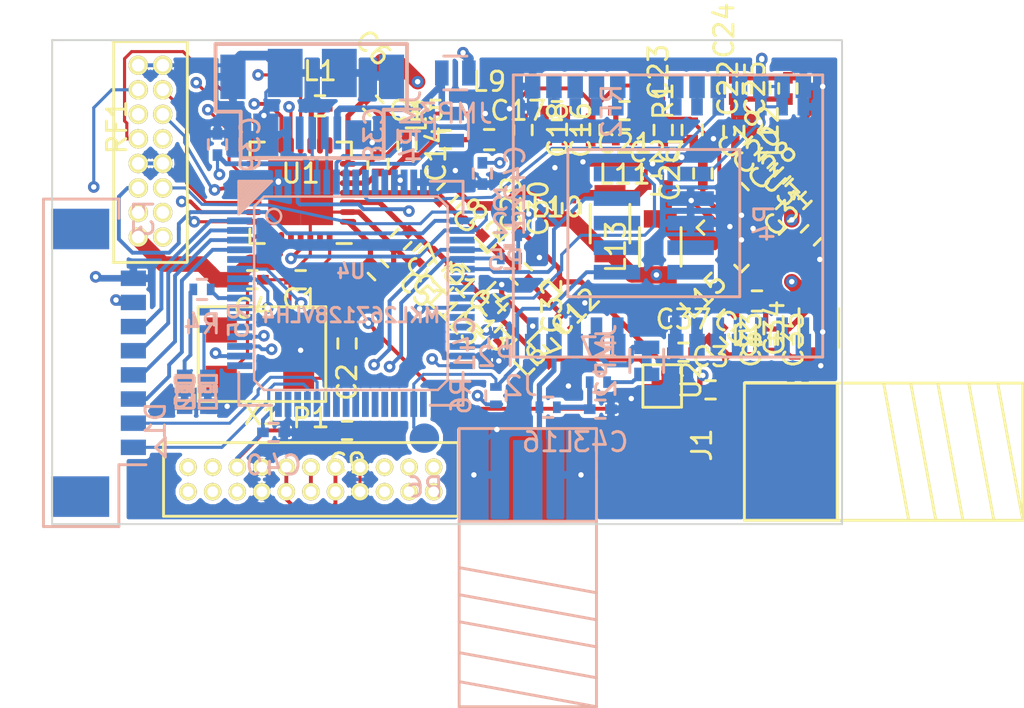
<source format=kicad_pcb>
(kicad_pcb (version 4) (host pcbnew "(after 2015-may-01 BZR unknown)-product")
  (layers (0 F.Cu signal) (1 In1.Cu signal) (2 In2.Cu signal) (31 B.Cu signal) (34 B.Paste user) (35 F.Paste user) (36 B.SilkS user) (37 F.SilkS user) (38 B.Mask user) (39 F.Mask user) (44 Edge.Cuts user))
  (net 0 "")
  (net 1 "Net-(C1-Pad1)")
  (net 2 GND)
  (net 3 "Net-(C2-Pad1)")
  (net 4 +3.3V)
  (net 5 "Net-(C5-Pad2)")
  (net 6 "Net-(C6-Pad1)")
  (net 7 "Net-(C10-Pad2)")
  (net 8 "Net-(C10-Pad1)")
  (net 9 "Net-(C11-Pad2)")
  (net 10 "Net-(C12-Pad2)")
  (net 11 /PA/PAInput)
  (net 12 "Net-(C15-Pad1)")
  (net 13 "Net-(C16-Pad1)")
  (net 14 /PA/PAOutput)
  (net 15 "Net-(D1-Pad1)")
  (net 16 "Net-(J1-Pad1)")
  (net 17 "Net-(L1-Pad1)")
  (net 18 "Net-(L1-Pad2)")
  (net 19 "Net-(L12-Pad2)")
  (net 20 /AF_IN)
  (net 21 /MOSI)
  (net 22 /IRQOUT)
  (net 23 /AF_OUT)
  (net 24 /SEL)
  (net 25 /MISO)
  (net 26 /CLK)
  (net 27 /TXRX)
  (net 28 /DATA)
  (net 29 "Net-(C11-Pad1)")
  (net 30 "Net-(C13-Pad1)")
  (net 31 "Net-(C13-Pad2)")
  (net 32 "Net-(C17-Pad1)")
  (net 33 "Net-(C21-Pad1)")
  (net 34 "Net-(C26-Pad1)")
  (net 35 "Net-(C27-Pad2)")
  (net 36 "Net-(C31-Pad1)")
  (net 37 "Net-(C36-Pad1)")
  (net 38 "Net-(C38-Pad2)")
  (net 39 "Net-(C43-Pad1)")
  (net 40 "Net-(D2-Pad1)")
  (net 41 "Net-(J2-Pad1)")
  (net 42 "Net-(JMP2-Pad1)")
  (net 43 "Net-(JMP2-Pad2)")
  (net 44 "Net-(JMP3-Pad1)")
  (net 45 /USBV1)
  (net 46 /internalI2C0SDA)
  (net 47 /internalI2C0SCL)
  (net 48 "Net-(RF2-Pad14)")
  (net 49 "Net-(RF2-Pad8)")
  (net 50 "Net-(RF2-Pad4)")
  (net 51 "Net-(RF2-Pad2)")
  (net 52 /DataCLK)
  (net 53 /CLKOut)
  (net 54 /USBV2)
  (net 55 /externalI2C1SDA)
  (net 56 /externalI2C1SCL)
  (net 57 /externalSPI1PCS0)
  (net 58 /externalSPI1SCK)
  (net 59 /externalSPI1MOSI)
  (net 60 /externalSPI1MISO)
  (net 61 /SWD_DIO)
  (net 62 /SWD_CLK)
  (net 63 /SWD_Reset)
  (net 64 /LED1)
  (net 65 /LED2)
  (net 66 /GPSTX)
  (net 67 "Net-(RF2-Pad6)")
  (net 68 "Net-(RF2-Pad5)")
  (net 69 /USBDP)
  (net 70 /USBDM)
  (net 71 "Net-(RF2-Pad18)")
  (net 72 "Net-(RF2-Pad19)")
  (net 73 "Net-(RF2-Pad21)")
  (net 74 "Net-(RF2-Pad3)")
  (module NEO-7 (layer B.Cu) (at 87 54.5 270)
    (fp_text reference RF2 (at 1.27 -5.08 270) (layer B.SilkS) (effects (justify mirror)))
    (fp_text value NEO7)
    (pad 13 smd rect (at 0 -1 270) (size 1.2 0.8) (layers B.Cu B.Paste B.Mask) (net 2 GND))
    (pad 13 smd rect (at 1.05 -1 270) (size 0.9 0.6) (layers B.Cu B.Paste B.Mask) (net 2 GND))
    (pad 14 smd rect (at 0 -2.1 270) (size 1.2 0.8) (layers B.Cu B.Paste B.Mask) (net 48 "Net-(RF2-Pad14)"))
    (pad 14 smd rect (at 1.05 -2.1 270) (size 0.9 0.6) (layers B.Cu B.Paste B.Mask) (net 48 "Net-(RF2-Pad14)"))
    (pad 15 smd rect (at 0 -3.2 270) (size 1.2 0.8) (layers B.Cu B.Paste B.Mask))
    (pad 15 smd rect (at 1.05 -3.2 270) (size 0.9 0.6) (layers B.Cu B.Paste B.Mask))
    (pad 16 smd rect (at 0 -4.3 270) (size 1.2 0.8) (layers B.Cu B.Paste B.Mask))
    (pad 16 smd rect (at 1.05 -4.3 270) (size 0.9 0.6) (layers B.Cu B.Paste B.Mask))
    (pad 17 smd rect (at 0 -5.4 270) (size 1.2 0.8) (layers B.Cu B.Paste B.Mask))
    (pad 17 smd rect (at 1.05 -5.4 270) (size 0.9 0.6) (layers B.Cu B.Paste B.Mask))
    (pad 18 smd rect (at 0 -8.4 270) (size 1.2 0.8) (layers B.Cu B.Paste B.Mask) (net 71 "Net-(RF2-Pad18)"))
    (pad 18 smd rect (at 1.05 -8.4 270) (size 0.9 0.6) (layers B.Cu B.Paste B.Mask) (net 71 "Net-(RF2-Pad18)"))
    (pad 19 smd rect (at 0 -9.5 270) (size 1.2 0.8) (layers B.Cu B.Paste B.Mask) (net 72 "Net-(RF2-Pad19)"))
    (pad 19 smd rect (at 1.05 -9.5 270) (size 0.9 0.6) (layers B.Cu B.Paste B.Mask) (net 72 "Net-(RF2-Pad19)"))
    (pad 20 smd rect (at 0 -10.6 270) (size 1.2 0.8) (layers B.Cu B.Paste B.Mask) (net 66 /GPSTX))
    (pad 20 smd rect (at 1.05 -10.6 270) (size 0.9 0.6) (layers B.Cu B.Paste B.Mask) (net 66 /GPSTX))
    (pad 21 smd rect (at 0 -11.7 270) (size 1.2 0.8) (layers B.Cu B.Paste B.Mask) (net 73 "Net-(RF2-Pad21)"))
    (pad 21 smd rect (at 1.05 -11.7 270) (size 0.9 0.6) (layers B.Cu B.Paste B.Mask) (net 73 "Net-(RF2-Pad21)"))
    (pad 22 smd rect (at 0 -12.8 270) (size 1.2 0.8) (layers B.Cu B.Paste B.Mask) (net 4 +3.3V))
    (pad 22 smd rect (at 1.05 -12.8 270) (size 0.9 0.6) (layers B.Cu B.Paste B.Mask) (net 4 +3.3V))
    (pad 23 smd rect (at 0 -13.9 270) (size 1.2 0.8) (layers B.Cu B.Paste B.Mask) (net 4 +3.3V))
    (pad 23 smd rect (at 1.05 -13.9 270) (size 0.9 0.6) (layers B.Cu B.Paste B.Mask) (net 4 +3.3V))
    (pad 24 smd rect (at 0 -15 270) (size 1.2 0.8) (layers B.Cu B.Paste B.Mask) (net 2 GND))
    (pad 24 smd rect (at 1.05 -15 270) (size 0.9 0.6) (layers B.Cu B.Paste B.Mask) (net 2 GND))
    (pad 12 smd rect (at 13.4 -1 270) (size 1.2 0.8) (layers B.Cu B.Paste B.Mask) (net 2 GND))
    (pad 12 smd rect (at 12.4 -1 270) (size 0.9 0.6) (layers B.Cu B.Paste B.Mask) (net 2 GND))
    (pad 11 smd rect (at 13.4 -2.1 270) (size 1.2 0.8) (layers B.Cu B.Paste B.Mask) (net 41 "Net-(J2-Pad1)"))
    (pad 11 smd rect (at 12.4 -2.1 270) (size 0.9 0.6) (layers B.Cu B.Paste B.Mask) (net 41 "Net-(J2-Pad1)"))
    (pad 10 smd rect (at 13.4 -3.2 270) (size 1.2 0.8) (layers B.Cu B.Paste B.Mask) (net 2 GND))
    (pad 10 smd rect (at 12.4 -3.2 270) (size 0.9 0.6) (layers B.Cu B.Paste B.Mask) (net 2 GND))
    (pad 9 smd rect (at 13.4 -4.3 270) (size 1.2 0.8) (layers B.Cu B.Paste B.Mask) (net 42 "Net-(JMP2-Pad1)"))
    (pad 9 smd rect (at 12.4 -4.3 270) (size 0.9 0.6) (layers B.Cu B.Paste B.Mask) (net 42 "Net-(JMP2-Pad1)"))
    (pad 8 smd rect (at 13.4 -5.4 270) (size 1.2 0.8) (layers B.Cu B.Paste B.Mask) (net 49 "Net-(RF2-Pad8)"))
    (pad 8 smd rect (at 12.4 -5.4 270) (size 0.9 0.6) (layers B.Cu B.Paste B.Mask) (net 49 "Net-(RF2-Pad8)"))
    (pad 7 smd rect (at 13.4 -8.4 270) (size 1.2 0.8) (layers B.Cu B.Paste B.Mask) (net 2 GND))
    (pad 7 smd rect (at 12.4 -8.4 270) (size 0.9 0.6) (layers B.Cu B.Paste B.Mask) (net 2 GND))
    (pad 6 smd rect (at 13.4 -9.5 270) (size 1.2 0.8) (layers B.Cu B.Paste B.Mask) (net 67 "Net-(RF2-Pad6)"))
    (pad 6 smd rect (at 12.4 -9.5 270) (size 0.9 0.6) (layers B.Cu B.Paste B.Mask) (net 67 "Net-(RF2-Pad6)"))
    (pad 5 smd rect (at 13.4 -10.6 270) (size 1.2 0.8) (layers B.Cu B.Paste B.Mask) (net 68 "Net-(RF2-Pad5)"))
    (pad 5 smd rect (at 12.4 -10.6 270) (size 0.9 0.6) (layers B.Cu B.Paste B.Mask) (net 68 "Net-(RF2-Pad5)"))
    (pad 4 smd rect (at 13.4 -11.7 270) (size 1.2 0.8) (layers B.Cu B.Paste B.Mask) (net 50 "Net-(RF2-Pad4)"))
    (pad 4 smd rect (at 12.4 -11.7 270) (size 0.9 0.6) (layers B.Cu B.Paste B.Mask) (net 50 "Net-(RF2-Pad4)"))
    (pad 3 smd rect (at 13.4 -12.8 270) (size 1.2 0.8) (layers B.Cu B.Paste B.Mask) (net 74 "Net-(RF2-Pad3)"))
    (pad 3 smd rect (at 12.4 -12.8 270) (size 0.9 0.6) (layers B.Cu B.Paste B.Mask) (net 74 "Net-(RF2-Pad3)"))
    (pad 2 smd rect (at 13.4 -13.9 270) (size 1.2 0.8) (layers B.Cu B.Paste B.Mask) (net 51 "Net-(RF2-Pad2)"))
    (pad 2 smd rect (at 12.4 -13.9 270) (size 0.9 0.6) (layers B.Cu B.Paste B.Mask) (net 51 "Net-(RF2-Pad2)"))
    (pad 1 smd rect (at 13.4 -15 270) (size 1.2 0.8) (layers B.Cu B.Paste B.Mask))
    (pad 1 smd rect (at 12.4 -15 270) (size 0.9 0.6) (layers B.Cu B.Paste B.Mask))
  )
  (module SMDJMP-CLOSED (layer B.Cu) (at 93.9 68.7 270)
    (fp_text reference JMP2 (at 0 2.1 270) (layer B.SilkS) (effects (justify mirror)))
    (fp_text value SJMPClosed)
    (pad 1 smd rect (at -0.7 0 270) (size 0.7 1.3) (layers B.Cu B.Paste B.Mask) (net 42 "Net-(JMP2-Pad1)"))
    (pad 2 smd rect (at 0.7 0 270) (size 0.7 1.3) (layers B.Cu B.Paste B.Mask) (net 43 "Net-(JMP2-Pad2)"))
    (pad 1 smd rect (at 0 0 270) (size 2 0.5) (layers B.Cu B.Paste B.Mask) (net 42 "Net-(JMP2-Pad1)"))
  )
  (module Capacitors_SMD:C_0402 (layer F.Cu) (at 76 64.5 180)
    (fp_text reference C1 (at 0 -1 180) (layer F.SilkS))
    (fp_text value C)
    (pad 1 smd rect (at -0.55 0 180) (size 0.6 0.5) (layers F.Cu F.Paste F.Mask) (net 1 "Net-(C1-Pad1)"))
    (pad 2 smd rect (at 0.55 0 180) (size 0.6 0.5) (layers F.Cu F.Paste F.Mask) (net 2 GND))
  )
  (module Capacitors_SMD:C_0402 (layer F.Cu) (at 78.4 67.8 90)
    (fp_text reference C2 (at -2 0 90) (layer F.SilkS))
    (fp_text value C)
    (pad 1 smd rect (at -0.55 0 90) (size 0.6 0.5) (layers F.Cu F.Paste F.Mask) (net 3 "Net-(C2-Pad1)"))
    (pad 2 smd rect (at 0.55 0 90) (size 0.6 0.5) (layers F.Cu F.Paste F.Mask) (net 1 "Net-(C1-Pad1)"))
  )
  (module Capacitors_SMD:C_0402 (layer F.Cu) (at 97.2 70.2)
    (fp_text reference C3 (at 0 -1.7) (layer F.SilkS))
    (fp_text value 1uf)
    (pad 1 smd rect (at -0.55 0) (size 0.6 0.5) (layers F.Cu F.Paste F.Mask) (net 4 +3.3V))
    (pad 2 smd rect (at 0.55 0) (size 0.6 0.5) (layers F.Cu F.Paste F.Mask) (net 2 GND))
  )
  (module Capacitors_SMD:C_0402 (layer F.Cu) (at 73.5 64.5)
    (fp_text reference C4 (at 0 1.5) (layer F.SilkS))
    (fp_text value 100pf)
    (pad 1 smd rect (at -0.55 0) (size 0.6 0.5) (layers F.Cu F.Paste F.Mask) (net 4 +3.3V))
    (pad 2 smd rect (at 0.55 0) (size 0.6 0.5) (layers F.Cu F.Paste F.Mask) (net 2 GND))
  )
  (module Capacitors_SMD:C_0402 (layer F.Cu) (at 80 64 135)
    (fp_text reference C5 (at -2.12132 0.707107 135) (layer F.SilkS))
    (fp_text value C)
    (pad 1 smd rect (at -0.55 0 135) (size 0.6 0.5) (layers F.Cu F.Paste F.Mask) (net 2 GND))
    (pad 2 smd rect (at 0.55 0 135) (size 0.6 0.5) (layers F.Cu F.Paste F.Mask) (net 5 "Net-(C5-Pad2)"))
  )
  (module Capacitors_SMD:C_0402 (layer F.Cu) (at 79.75 55.5 315)
    (fp_text reference C6 (at -2.12132 -2.12132 315) (layer F.SilkS))
    (fp_text value C)
    (pad 1 smd rect (at -0.55 0 315) (size 0.6 0.5) (layers F.Cu F.Paste F.Mask) (net 6 "Net-(C6-Pad1)"))
    (pad 2 smd rect (at 0.55 0 315) (size 0.6 0.5) (layers F.Cu F.Paste F.Mask) (net 2 GND))
  )
  (module Capacitors_SMD:C_0402 (layer F.Cu) (at 81.2 62.4 225)
    (fp_text reference C7 (at 0 -1.7 225) (layer F.SilkS))
    (fp_text value 10pf)
    (pad 1 smd rect (at -0.55 0 225) (size 0.6 0.5) (layers F.Cu F.Paste F.Mask) (net 9 "Net-(C11-Pad2)"))
    (pad 2 smd rect (at 0.55 0 225) (size 0.6 0.5) (layers F.Cu F.Paste F.Mask) (net 2 GND))
  )
  (module Capacitors_SMD:C_0402 (layer F.Cu) (at 83.6 60 225)
    (fp_text reference C8 (at 0 -1.7 225) (layer F.SilkS))
    (fp_text value 10pf)
    (pad 1 smd rect (at -0.55 0 225) (size 0.6 0.5) (layers F.Cu F.Paste F.Mask) (net 2 GND))
    (pad 2 smd rect (at 0.55 0 225) (size 0.6 0.5) (layers F.Cu F.Paste F.Mask) (net 7 "Net-(C10-Pad2)"))
  )
  (module Capacitors_SMD:C_0402 (layer F.Cu) (at 78.4 72.3 180)
    (fp_text reference C9 (at 0 -1.7 180) (layer F.SilkS))
    (fp_text value 100pf)
    (pad 1 smd rect (at -0.55 0 180) (size 0.6 0.5) (layers F.Cu F.Paste F.Mask) (net 2 GND))
    (pad 2 smd rect (at 0.55 0 180) (size 0.6 0.5) (layers F.Cu F.Paste F.Mask) (net 4 +3.3V))
  )
  (module Capacitors_SMD:C_0402 (layer F.Cu) (at 85.8 62.6 135)
    (fp_text reference C10 (at -0.707107 -2.474874 135) (layer F.SilkS))
    (fp_text value 10pf)
    (pad 1 smd rect (at -0.55 0 135) (size 0.6 0.5) (layers F.Cu F.Paste F.Mask) (net 8 "Net-(C10-Pad1)"))
    (pad 2 smd rect (at 0.55 0 135) (size 0.6 0.5) (layers F.Cu F.Paste F.Mask) (net 7 "Net-(C10-Pad2)"))
  )
  (module Capacitors_SMD:C_0402 (layer F.Cu) (at 84.2 64.2 135)
    (fp_text reference C11 (at 0 -1.7 135) (layer F.SilkS))
    (fp_text value 10pf)
    (pad 1 smd rect (at -0.55 0 135) (size 0.6 0.5) (layers F.Cu F.Paste F.Mask) (net 29 "Net-(C11-Pad1)"))
    (pad 2 smd rect (at 0.55 0 135) (size 0.6 0.5) (layers F.Cu F.Paste F.Mask) (net 9 "Net-(C11-Pad2)"))
  )
  (module Capacitors_SMD:C_0402 (layer F.Cu) (at 89 65 225)
    (fp_text reference C12 (at 0 -1.7 225) (layer F.SilkS))
    (fp_text value 12pf)
    (pad 1 smd rect (at -0.55 0 225) (size 0.6 0.5) (layers F.Cu F.Paste F.Mask) (net 2 GND))
    (pad 2 smd rect (at 0.55 0 225) (size 0.6 0.5) (layers F.Cu F.Paste F.Mask) (net 10 "Net-(C12-Pad2)"))
  )
  (module Capacitors_SMD:C_0402 (layer F.Cu) (at 88.4 68.4 135)
    (fp_text reference C13 (at 3 -1 135) (layer F.SilkS))
    (fp_text value 12pf)
    (pad 1 smd rect (at -0.55 0 135) (size 0.6 0.5) (layers F.Cu F.Paste F.Mask) (net 30 "Net-(C13-Pad1)"))
    (pad 2 smd rect (at 0.55 0 135) (size 0.6 0.5) (layers F.Cu F.Paste F.Mask) (net 31 "Net-(C13-Pad2)"))
  )
  (module Capacitors_SMD:C_0402 (layer F.Cu) (at 81.5 57.5 90)
    (fp_text reference C14 (at -0.5 1.5 90) (layer F.SilkS))
    (fp_text value 2.2pf)
    (pad 1 smd rect (at -0.55 0 90) (size 0.6 0.5) (layers F.Cu F.Paste F.Mask) (net 11 /PA/PAInput))
    (pad 2 smd rect (at 0.55 0 90) (size 0.6 0.5) (layers F.Cu F.Paste F.Mask) (net 2 GND))
  )
  (module Capacitors_SMD:C_0402 (layer F.Cu) (at 83.5 57.25 180)
    (fp_text reference C15 (at 1.5 1.5 180) (layer F.SilkS))
    (fp_text value 22pf)
    (pad 1 smd rect (at -0.55 0 180) (size 0.6 0.5) (layers F.Cu F.Paste F.Mask) (net 12 "Net-(C15-Pad1)"))
    (pad 2 smd rect (at 0.55 0 180) (size 0.6 0.5) (layers F.Cu F.Paste F.Mask) (net 11 /PA/PAInput))
  )
  (module Capacitors_SMD:C_0402 (layer F.Cu) (at 87.5 56.75 90)
    (fp_text reference C16 (at 0 3 90) (layer F.SilkS))
    (fp_text value 33pf)
    (pad 1 smd rect (at -0.55 0 90) (size 0.6 0.5) (layers F.Cu F.Paste F.Mask) (net 13 "Net-(C16-Pad1)"))
    (pad 2 smd rect (at 0.55 0 90) (size 0.6 0.5) (layers F.Cu F.Paste F.Mask) (net 2 GND))
  )
  (module Capacitors_SMD:C_0402 (layer F.Cu) (at 89.25 55.75 180)
    (fp_text reference C17 (at 2 0 180) (layer F.SilkS))
    (fp_text value 4.7pf)
    (pad 1 smd rect (at -0.55 0 180) (size 0.6 0.5) (layers F.Cu F.Paste F.Mask) (net 32 "Net-(C17-Pad1)"))
    (pad 2 smd rect (at 0.55 0 180) (size 0.6 0.5) (layers F.Cu F.Paste F.Mask) (net 13 "Net-(C16-Pad1)"))
  )
  (module Capacitors_SMD:C_0402 (layer F.Cu) (at 91 56.75 90)
    (fp_text reference C18 (at 0 -1.7 90) (layer F.SilkS))
    (fp_text value 47pf)
    (pad 1 smd rect (at -0.55 0 90) (size 0.6 0.5) (layers F.Cu F.Paste F.Mask) (net 32 "Net-(C17-Pad1)"))
    (pad 2 smd rect (at 0.55 0 90) (size 0.6 0.5) (layers F.Cu F.Paste F.Mask) (net 2 GND))
  )
  (module Capacitors_SMD:C_0402 (layer F.Cu) (at 100 58.2 45)
    (fp_text reference C19 (at 0 -1.7 45) (layer F.SilkS))
    (fp_text value 10nf)
    (pad 1 smd rect (at -0.55 0 45) (size 0.6 0.5) (layers F.Cu F.Paste F.Mask) (net 4 +3.3V))
    (pad 2 smd rect (at 0.55 0 45) (size 0.6 0.5) (layers F.Cu F.Paste F.Mask) (net 2 GND))
  )
  (module Capacitors_SMD:C_0402 (layer F.Cu) (at 100.8 59 45)
    (fp_text reference C20 (at 0 -1.7 45) (layer F.SilkS))
    (fp_text value 1nf)
    (pad 1 smd rect (at -0.55 0 45) (size 0.6 0.5) (layers F.Cu F.Paste F.Mask) (net 4 +3.3V))
    (pad 2 smd rect (at 0.55 0 45) (size 0.6 0.5) (layers F.Cu F.Paste F.Mask) (net 2 GND))
  )
  (module Capacitors_SMD:C_0402 (layer F.Cu) (at 92.75 55.75 180)
    (fp_text reference C21 (at 0 -1.7 180) (layer F.SilkS))
    (fp_text value 1.8pf)
    (pad 1 smd rect (at -0.55 0 180) (size 0.6 0.5) (layers F.Cu F.Paste F.Mask) (net 33 "Net-(C21-Pad1)"))
    (pad 2 smd rect (at 0.55 0 180) (size 0.6 0.5) (layers F.Cu F.Paste F.Mask) (net 32 "Net-(C17-Pad1)"))
  )
  (module Capacitors_SMD:C_0402 (layer F.Cu) (at 99.8 54.6 90)
    (fp_text reference C22 (at 0 -1.7 90) (layer F.SilkS))
    (fp_text value 10nf)
    (pad 1 smd rect (at -0.55 0 90) (size 0.6 0.5) (layers F.Cu F.Paste F.Mask) (net 4 +3.3V))
    (pad 2 smd rect (at 0.55 0 90) (size 0.6 0.5) (layers F.Cu F.Paste F.Mask) (net 2 GND))
  )
  (module Capacitors_SMD:C_0402 (layer F.Cu) (at 94.75 56.75 90)
    (fp_text reference C23 (at 3 -0.25 90) (layer F.SilkS))
    (fp_text value 15pf)
    (pad 1 smd rect (at -0.55 0 90) (size 0.6 0.5) (layers F.Cu F.Paste F.Mask) (net 33 "Net-(C21-Pad1)"))
    (pad 2 smd rect (at 0.55 0 90) (size 0.6 0.5) (layers F.Cu F.Paste F.Mask) (net 2 GND))
  )
  (module Capacitors_SMD:C_0402 (layer F.Cu) (at 98.4 54.6 90)
    (fp_text reference C24 (at 3 -0.5 90) (layer F.SilkS))
    (fp_text value 1nf)
    (pad 1 smd rect (at -0.55 0 90) (size 0.6 0.5) (layers F.Cu F.Paste F.Mask) (net 4 +3.3V))
    (pad 2 smd rect (at 0.55 0 90) (size 0.6 0.5) (layers F.Cu F.Paste F.Mask) (net 2 GND))
  )
  (module Capacitors_SMD:C_0402 (layer F.Cu) (at 101.2 54.6 90)
    (fp_text reference C25 (at 0 -1.7 90) (layer F.SilkS))
    (fp_text value 27pf)
    (pad 1 smd rect (at -0.55 0 90) (size 0.6 0.5) (layers F.Cu F.Paste F.Mask) (net 4 +3.3V))
    (pad 2 smd rect (at 0.55 0 90) (size 0.6 0.5) (layers F.Cu F.Paste F.Mask) (net 2 GND))
  )
  (module Capacitors_SMD:C_0402 (layer F.Cu) (at 96.8 59 90)
    (fp_text reference C26 (at 0 -1.7 90) (layer F.SilkS))
    (fp_text value 100pf)
    (pad 1 smd rect (at -0.55 0 90) (size 0.6 0.5) (layers F.Cu F.Paste F.Mask) (net 34 "Net-(C26-Pad1)"))
    (pad 2 smd rect (at 0.55 0 90) (size 0.6 0.5) (layers F.Cu F.Paste F.Mask) (net 33 "Net-(C21-Pad1)"))
  )
  (module Capacitors_SMD:C_0402 (layer F.Cu) (at 94.4 59.6)
    (fp_text reference C27 (at 0 -1.7) (layer F.SilkS))
    (fp_text value 27pf)
    (pad 1 smd rect (at -0.55 0) (size 0.6 0.5) (layers F.Cu F.Paste F.Mask) (net 2 GND))
    (pad 2 smd rect (at 0.55 0) (size 0.6 0.5) (layers F.Cu F.Paste F.Mask) (net 35 "Net-(C27-Pad2)"))
  )
  (module Capacitors_SMD:C_0402 (layer F.Cu) (at 101.6 59.8 45)
    (fp_text reference C28 (at 0 -1.7 45) (layer F.SilkS))
    (fp_text value 47pf)
    (pad 1 smd rect (at -0.55 0 45) (size 0.6 0.5) (layers F.Cu F.Paste F.Mask) (net 4 +3.3V))
    (pad 2 smd rect (at 0.55 0 45) (size 0.6 0.5) (layers F.Cu F.Paste F.Mask) (net 2 GND))
  )
  (module Capacitors_SMD:C_0402 (layer F.Cu) (at 88.6 60.6 90)
    (fp_text reference C29 (at 0 -1.7 90) (layer F.SilkS))
    (fp_text value 1nf)
    (pad 1 smd rect (at -0.55 0 90) (size 0.6 0.5) (layers F.Cu F.Paste F.Mask) (net 4 +3.3V))
    (pad 2 smd rect (at 0.55 0 90) (size 0.6 0.5) (layers F.Cu F.Paste F.Mask) (net 2 GND))
  )
  (module Capacitors_SMD:C_0402 (layer F.Cu) (at 90 60.8 90)
    (fp_text reference C30 (at 0 -1.7 90) (layer F.SilkS))
    (fp_text value 10nf)
    (pad 1 smd rect (at -0.55 0 90) (size 0.6 0.5) (layers F.Cu F.Paste F.Mask) (net 4 +3.3V))
    (pad 2 smd rect (at 0.55 0 90) (size 0.6 0.5) (layers F.Cu F.Paste F.Mask) (net 2 GND))
  )
  (module Capacitors_SMD:C_1206 (layer F.Cu) (at 92 61.6 90)
    (fp_text reference C32 (at -4.25 -3 90) (layer F.SilkS))
    (fp_text value 3.3uf)
    (pad 1 smd rect (at -1.5 0 90) (size 1 1.6) (layers F.Cu F.Paste F.Mask) (net 4 +3.3V))
    (pad 2 smd rect (at 1.5 0 90) (size 1 1.6) (layers F.Cu F.Paste F.Mask) (net 2 GND))
  )
  (module Capacitors_SMD:C_0402 (layer F.Cu) (at 101 67.6 90)
    (fp_text reference C33 (at 0 -1.7 90) (layer F.SilkS))
    (fp_text value C)
    (pad 1 smd rect (at -0.55 0 90) (size 0.6 0.5) (layers F.Cu F.Paste F.Mask) (net 2 GND))
    (pad 2 smd rect (at 0.55 0 90) (size 0.6 0.5) (layers F.Cu F.Paste F.Mask) (net 4 +3.3V))
  )
  (module Capacitors_SMD:C_0402 (layer F.Cu) (at 99.8 67.6 270)
    (fp_text reference C35 (at 0 -1.7 270) (layer F.SilkS))
    (fp_text value 1nf)
    (pad 1 smd rect (at -0.55 0 270) (size 0.6 0.5) (layers F.Cu F.Paste F.Mask) (net 4 +3.3V))
    (pad 2 smd rect (at 0.55 0 270) (size 0.6 0.5) (layers F.Cu F.Paste F.Mask) (net 2 GND))
  )
  (module Capacitors_SMD:C_0402 (layer F.Cu) (at 97.55 68 315)
    (fp_text reference C36 (at 0.25 -1.25 315) (layer F.SilkS))
    (fp_text value 56pf)
    (pad 1 smd rect (at -0.55 0 315) (size 0.6 0.5) (layers F.Cu F.Paste F.Mask) (net 37 "Net-(C36-Pad1)"))
    (pad 2 smd rect (at 0.55 0 315) (size 0.6 0.5) (layers F.Cu F.Paste F.Mask) (net 2 GND))
  )
  (module LEDs:LED-0603 (layer B.Cu) (at 70 70.3 270)
    (fp_text reference D1 (at 1.5 1.5 270) (layer B.SilkS) (effects (justify mirror)))
    (fp_text value LED)
    (pad 2 smd rect (at 0.7493 0 90) (size 0.79756 0.79756) (layers B.Cu B.Paste B.Mask) (net 2 GND))
    (pad 1 smd rect (at -0.7493 0 90) (size 0.79756 0.79756) (layers B.Cu B.Paste B.Mask) (net 15 "Net-(D1-Pad1)"))
  )
  (module Resistors_SMD:R_0402 (layer F.Cu) (at 77 55.5)
    (fp_text reference L1 (at 0 -1.8) (layer F.SilkS))
    (fp_text value 60nh)
    (pad 1 smd rect (at -0.45 0) (size 0.4 0.6) (layers F.Cu F.Paste F.Mask) (net 17 "Net-(L1-Pad1)"))
    (pad 2 smd rect (at 0.45 0) (size 0.4 0.6) (layers F.Cu F.Paste F.Mask) (net 18 "Net-(L1-Pad2)"))
  )
  (module Resistors_SMD:R_0402 (layer F.Cu) (at 84.6 61 225)
    (fp_text reference L2 (at 0 -1.8 225) (layer F.SilkS))
    (fp_text value 150nH)
    (pad 1 smd rect (at -0.45 0 225) (size 0.4 0.6) (layers F.Cu F.Paste F.Mask) (net 2 GND))
    (pad 2 smd rect (at 0.45 0 225) (size 0.4 0.6) (layers F.Cu F.Paste F.Mask) (net 7 "Net-(C10-Pad2)"))
  )
  (module Resistors_SMD:R_0402 (layer F.Cu) (at 82.4 63.2 225)
    (fp_text reference L3 (at 0 -1.8 225) (layer F.SilkS))
    (fp_text value 150nH)
    (pad 1 smd rect (at -0.45 0 225) (size 0.4 0.6) (layers F.Cu F.Paste F.Mask) (net 9 "Net-(C11-Pad2)"))
    (pad 2 smd rect (at 0.45 0 225) (size 0.4 0.6) (layers F.Cu F.Paste F.Mask) (net 2 GND))
  )
  (module Resistors_SMD:R_0402 (layer F.Cu) (at 87.4 64.2 135)
    (fp_text reference L4 (at 0 -1.8 135) (layer F.SilkS))
    (fp_text value 120nH)
    (pad 1 smd rect (at -0.45 0 135) (size 0.4 0.6) (layers F.Cu F.Paste F.Mask) (net 10 "Net-(C12-Pad2)"))
    (pad 2 smd rect (at 0.45 0 135) (size 0.4 0.6) (layers F.Cu F.Paste F.Mask) (net 8 "Net-(C10-Pad1)"))
  )
  (module Resistors_SMD:R_0402 (layer F.Cu) (at 85.8 65.8 135)
    (fp_text reference L5 (at 0 -1.8 135) (layer F.SilkS))
    (fp_text value 120nH)
    (pad 1 smd rect (at -0.45 0 135) (size 0.4 0.6) (layers F.Cu F.Paste F.Mask) (net 31 "Net-(C13-Pad2)"))
    (pad 2 smd rect (at 0.45 0 135) (size 0.4 0.6) (layers F.Cu F.Paste F.Mask) (net 29 "Net-(C11-Pad1)"))
  )
  (module Resistors_SMD:R_0402 (layer F.Cu) (at 86.6 67.4 225)
    (fp_text reference L6 (at 0 -1.8 225) (layer F.SilkS))
    (fp_text value 68nH)
    (pad 1 smd rect (at -0.45 0 225) (size 0.4 0.6) (layers F.Cu F.Paste F.Mask) (net 31 "Net-(C13-Pad2)"))
    (pad 2 smd rect (at 0.45 0 225) (size 0.4 0.6) (layers F.Cu F.Paste F.Mask) (net 2 GND))
  )
  (module Resistors_SMD:R_0402 (layer F.Cu) (at 89.8 66.6 135)
    (fp_text reference L7 (at 0 -1.8 135) (layer F.SilkS))
    (fp_text value 68nH)
    (pad 1 smd rect (at -0.45 0 135) (size 0.4 0.6) (layers F.Cu F.Paste F.Mask) (net 30 "Net-(C13-Pad1)"))
    (pad 2 smd rect (at 0.45 0 135) (size 0.4 0.6) (layers F.Cu F.Paste F.Mask) (net 10 "Net-(C12-Pad2)"))
  )
  (module Resistors_SMD:R_0402 (layer F.Cu) (at 80 58.5 270)
    (fp_text reference L8 (at -2.5 -2 270) (layer F.SilkS))
    (fp_text value 150nh)
    (pad 1 smd rect (at -0.45 0 270) (size 0.4 0.6) (layers F.Cu F.Paste F.Mask) (net 2 GND))
    (pad 2 smd rect (at 0.45 0 270) (size 0.4 0.6) (layers F.Cu F.Paste F.Mask) (net 11 /PA/PAInput))
  )
  (module Resistors_SMD:R_0402 (layer F.Cu) (at 85.75 57.25 180)
    (fp_text reference L9 (at 0 3 180) (layer F.SilkS))
    (fp_text value 120nH)
    (pad 1 smd rect (at -0.45 0 180) (size 0.4 0.6) (layers F.Cu F.Paste F.Mask) (net 13 "Net-(C16-Pad1)"))
    (pad 2 smd rect (at 0.45 0 180) (size 0.4 0.6) (layers F.Cu F.Paste F.Mask) (net 12 "Net-(C15-Pad1)"))
  )
  (module Resistors_SMD:R_0402 (layer F.Cu) (at 89.25 57.25 180)
    (fp_text reference L10 (at 0 -3.5 180) (layer F.SilkS))
    (fp_text value 39nH)
    (pad 1 smd rect (at -0.45 0 180) (size 0.4 0.6) (layers F.Cu F.Paste F.Mask) (net 32 "Net-(C17-Pad1)"))
    (pad 2 smd rect (at 0.45 0 180) (size 0.4 0.6) (layers F.Cu F.Paste F.Mask) (net 13 "Net-(C16-Pad1)"))
  )
  (module Resistors_SMD:R_0402 (layer F.Cu) (at 92.75 57.25 180)
    (fp_text reference L11 (at 0 -1.8 180) (layer F.SilkS))
    (fp_text value 47nH)
    (pad 1 smd rect (at -0.45 0 180) (size 0.4 0.6) (layers F.Cu F.Paste F.Mask) (net 33 "Net-(C21-Pad1)"))
    (pad 2 smd rect (at 0.45 0 180) (size 0.4 0.6) (layers F.Cu F.Paste F.Mask) (net 32 "Net-(C17-Pad1)"))
  )
  (module Resistors_SMD:R_0402 (layer F.Cu) (at 98.4 56.8 270)
    (fp_text reference L12 (at 0 -1.8 270) (layer F.SilkS))
    (fp_text value 8.2nH)
    (pad 1 smd rect (at -0.45 0 270) (size 0.4 0.6) (layers F.Cu F.Paste F.Mask) (net 4 +3.3V))
    (pad 2 smd rect (at 0.45 0 270) (size 0.4 0.6) (layers F.Cu F.Paste F.Mask) (net 19 "Net-(L12-Pad2)"))
  )
  (module Resistors_SMD:R_1206 (layer F.Cu) (at 94.6 62.8 90)
    (fp_text reference L13 (at 0 -2.3 90) (layer F.SilkS))
    (fp_text value 33nH)
    (pad 1 smd rect (at -1.45 0 90) (size 0.9 1.7) (layers F.Cu F.Paste F.Mask) (net 4 +3.3V))
    (pad 2 smd rect (at 1.45 0 90) (size 0.9 1.7) (layers F.Cu F.Paste F.Mask) (net 35 "Net-(C27-Pad2)"))
  )
  (module Resistors_SMD:R_0402 (layer F.Cu) (at 99.6 65.6 180)
    (fp_text reference L14 (at 0 -1.8 180) (layer F.SilkS))
    (fp_text value 1uH)
    (pad 1 smd rect (at -0.45 0 180) (size 0.4 0.6) (layers F.Cu F.Paste F.Mask) (net 4 +3.3V))
    (pad 2 smd rect (at 0.45 0 180) (size 0.4 0.6) (layers F.Cu F.Paste F.Mask) (net 36 "Net-(C31-Pad1)"))
  )
  (module Resistors_SMD:R_0402 (layer F.Cu) (at 98.1 66.6 45)
    (fp_text reference L15 (at 0 -1.8 45) (layer F.SilkS))
    (fp_text value 15nH)
    (pad 1 smd rect (at -0.45 0 45) (size 0.4 0.6) (layers F.Cu F.Paste F.Mask) (net 37 "Net-(C36-Pad1)"))
    (pad 2 smd rect (at 0.45 0 45) (size 0.4 0.6) (layers F.Cu F.Paste F.Mask) (net 36 "Net-(C31-Pad1)"))
  )
  (module Resistors_SMD:R_0402 (layer F.Cu) (at 96.25 56.75 90)
    (fp_text reference R1 (at 1.5 -1.5 90) (layer F.SilkS))
    (fp_text value 180)
    (pad 1 smd rect (at -0.45 0 90) (size 0.4 0.6) (layers F.Cu F.Paste F.Mask) (net 33 "Net-(C21-Pad1)"))
    (pad 2 smd rect (at 0.45 0 90) (size 0.4 0.6) (layers F.Cu F.Paste F.Mask) (net 2 GND))
  )
  (module Resistors_SMD:R_0402 (layer B.Cu) (at 86.8 63.4 180)
    (fp_text reference R2 (at 0 1.8 180) (layer B.SilkS) (effects (justify mirror)))
    (fp_text value R)
    (pad 1 smd rect (at -0.45 0 180) (size 0.4 0.6) (layers B.Cu B.Paste B.Mask) (net 4 +3.3V))
    (pad 2 smd rect (at 0.45 0 180) (size 0.4 0.6) (layers B.Cu B.Paste B.Mask) (net 46 /internalI2C0SDA))
  )
  (module Housings_DFN_QFN:QFN-28-1EP_5x5mm_Pitch0.5mm (layer F.Cu) (at 76 60 180)
    (fp_text reference U1 (at 0 1 180) (layer F.SilkS))
    (fp_text value AX503)
    (pad 1 smd oval (at -2.45 -1.5 180) (size 0.85 0.3) (layers F.Cu F.Paste F.Mask) (net 5 "Net-(C5-Pad2)"))
    (pad 2 smd oval (at -2.45 -1 180) (size 0.85 0.3) (layers F.Cu F.Paste F.Mask) (net 2 GND))
    (pad 3 smd oval (at -2.45 -0.5 180) (size 0.85 0.3) (layers F.Cu F.Paste F.Mask) (net 9 "Net-(C11-Pad2)"))
    (pad 4 smd oval (at -2.45 0 180) (size 0.85 0.3) (layers F.Cu F.Paste F.Mask) (net 7 "Net-(C10-Pad2)"))
    (pad 5 smd oval (at -2.45 0.5 180) (size 0.85 0.3) (layers F.Cu F.Paste F.Mask) (net 11 /PA/PAInput))
    (pad 6 smd oval (at -2.45 1 180) (size 0.85 0.3) (layers F.Cu F.Paste F.Mask) (net 2 GND))
    (pad 7 smd oval (at -2.45 1.5 180) (size 0.85 0.3) (layers F.Cu F.Paste F.Mask) (net 6 "Net-(C6-Pad1)"))
    (pad 8 smd oval (at -1.5 2.45 270) (size 0.85 0.3) (layers F.Cu F.Paste F.Mask))
    (pad 9 smd oval (at -1 2.45 270) (size 0.85 0.3) (layers F.Cu F.Paste F.Mask) (net 18 "Net-(L1-Pad2)"))
    (pad 10 smd oval (at -0.5 2.45 270) (size 0.85 0.3) (layers F.Cu F.Paste F.Mask) (net 17 "Net-(L1-Pad1)"))
    (pad 11 smd oval (at 0 2.45 270) (size 0.85 0.3) (layers F.Cu F.Paste F.Mask) (net 28 /DATA))
    (pad 12 smd oval (at 0.5 2.45 270) (size 0.85 0.3) (layers F.Cu F.Paste F.Mask) (net 52 /DataCLK))
    (pad 13 smd oval (at 1 2.45 270) (size 0.85 0.3) (layers F.Cu F.Paste F.Mask) (net 53 /CLKOut))
    (pad 14 smd oval (at 1.5 2.45 270) (size 0.85 0.3) (layers F.Cu F.Paste F.Mask) (net 24 /SEL))
    (pad 15 smd oval (at 2.45 1.5 180) (size 0.85 0.3) (layers F.Cu F.Paste F.Mask) (net 26 /CLK))
    (pad 16 smd oval (at 2.45 1 180) (size 0.85 0.3) (layers F.Cu F.Paste F.Mask) (net 25 /MISO))
    (pad 17 smd oval (at 2.45 0.5 180) (size 0.85 0.3) (layers F.Cu F.Paste F.Mask) (net 21 /MOSI))
    (pad 18 smd oval (at 2.45 0 180) (size 0.85 0.3) (layers F.Cu F.Paste F.Mask))
    (pad 19 smd oval (at 2.45 -0.5 180) (size 0.85 0.3) (layers F.Cu F.Paste F.Mask) (net 22 /IRQOUT))
    (pad 20 smd oval (at 2.45 -1 180) (size 0.85 0.3) (layers F.Cu F.Paste F.Mask) (net 27 /TXRX))
    (pad 21 smd oval (at 2.45 -1.5 180) (size 0.85 0.3) (layers F.Cu F.Paste F.Mask) (net 23 /AF_OUT))
    (pad 22 smd oval (at 1.5 -2.45 270) (size 0.85 0.3) (layers F.Cu F.Paste F.Mask))
    (pad 23 smd oval (at 1 -2.45 270) (size 0.85 0.3) (layers F.Cu F.Paste F.Mask) (net 4 +3.3V))
    (pad 24 smd oval (at 0.5 -2.45 270) (size 0.85 0.3) (layers F.Cu F.Paste F.Mask))
    (pad 25 smd oval (at 0 -2.45 270) (size 0.85 0.3) (layers F.Cu F.Paste F.Mask) (net 20 /AF_IN))
    (pad 26 smd oval (at -0.5 -2.45 270) (size 0.85 0.3) (layers F.Cu F.Paste F.Mask) (net 2 GND))
    (pad 27 smd oval (at -1 -2.45 270) (size 0.85 0.3) (layers F.Cu F.Paste F.Mask))
    (pad 28 smd oval (at -1.5 -2.45 270) (size 0.85 0.3) (layers F.Cu F.Paste F.Mask) (net 1 "Net-(C1-Pad1)"))
    (pad 29 smd rect (at 0.8375 0.8375 180) (size 1.675 1.675) (layers F.Cu F.Paste F.Mask) (net 2 GND))
    (pad 29 smd rect (at 0.8375 -0.8375 180) (size 1.675 1.675) (layers F.Cu F.Paste F.Mask) (net 2 GND))
    (pad 29 smd rect (at -0.8375 0.8375 180) (size 1.675 1.675) (layers F.Cu F.Paste F.Mask) (net 2 GND))
    (pad 29 smd rect (at -0.8375 -0.8375 180) (size 1.675 1.675) (layers F.Cu F.Paste F.Mask) (net 2 GND))
  )
  (module Housings_DFN_QFN:QFN-16-1EP_3x3mm_Pitch0.5mm (layer F.Cu) (at 98.8 61.8 315)
    (fp_text reference U3 (at 0 -2.85 315) (layer F.SilkS))
    (fp_text value RF5110G)
    (pad 1 smd oval (at -1.475 -0.75 315) (size 0.75 0.3) (layers F.Cu F.Paste F.Mask) (net 19 "Net-(L12-Pad2)"))
    (pad 2 smd oval (at -1.475 -0.25 315) (size 0.75 0.3) (layers F.Cu F.Paste F.Mask) (net 2 GND))
    (pad 3 smd oval (at -1.475 0.25 315) (size 0.75 0.3) (layers F.Cu F.Paste F.Mask) (net 34 "Net-(C26-Pad1)"))
    (pad 4 smd oval (at -1.475 0.75 315) (size 0.75 0.3) (layers F.Cu F.Paste F.Mask) (net 2 GND))
    (pad 5 smd oval (at -0.75 1.475 45) (size 0.75 0.3) (layers F.Cu F.Paste F.Mask) (net 35 "Net-(C27-Pad2)"))
    (pad 6 smd oval (at -0.25 1.475 45) (size 0.75 0.3) (layers F.Cu F.Paste F.Mask) (net 35 "Net-(C27-Pad2)"))
    (pad 7 smd oval (at 0.25 1.475 45) (size 0.75 0.3) (layers F.Cu F.Paste F.Mask))
    (pad 8 smd oval (at 0.75 1.475 45) (size 0.75 0.3) (layers F.Cu F.Paste F.Mask))
    (pad 9 smd oval (at 1.475 0.75 315) (size 0.75 0.3) (layers F.Cu F.Paste F.Mask) (net 36 "Net-(C31-Pad1)"))
    (pad 10 smd oval (at 1.475 0.25 315) (size 0.75 0.3) (layers F.Cu F.Paste F.Mask) (net 36 "Net-(C31-Pad1)"))
    (pad 11 smd oval (at 1.475 -0.25 315) (size 0.75 0.3) (layers F.Cu F.Paste F.Mask) (net 36 "Net-(C31-Pad1)"))
    (pad 12 smd oval (at 1.475 -0.75 315) (size 0.75 0.3) (layers F.Cu F.Paste F.Mask) (net 36 "Net-(C31-Pad1)"))
    (pad 13 smd oval (at 0.75 -1.475 45) (size 0.75 0.3) (layers F.Cu F.Paste F.Mask))
    (pad 14 smd oval (at 0.25 -1.475 45) (size 0.75 0.3) (layers F.Cu F.Paste F.Mask) (net 4 +3.3V))
    (pad 15 smd oval (at -0.25 -1.475 45) (size 0.75 0.3) (layers F.Cu F.Paste F.Mask) (net 4 +3.3V))
    (pad 16 smd oval (at -0.75 -1.475 45) (size 0.75 0.3) (layers F.Cu F.Paste F.Mask) (net 4 +3.3V))
    (pad 17 smd rect (at 0.45 0.45 315) (size 0.9 0.9) (layers F.Cu F.Paste F.Mask) (net 2 GND))
    (pad 17 smd rect (at 0.45 -0.45 315) (size 0.9 0.9) (layers F.Cu F.Paste F.Mask) (net 2 GND))
    (pad 17 smd rect (at -0.45 0.45 315) (size 0.9 0.9) (layers F.Cu F.Paste F.Mask) (net 2 GND))
    (pad 17 smd rect (at -0.45 -0.45 315) (size 0.9 0.9) (layers F.Cu F.Paste F.Mask) (net 2 GND))
  )
  (module Capacitors_SMD:C_0402 (layer F.Cu) (at 95.8 68.25)
    (fp_text reference C37 (at 0 -1.7) (layer F.SilkS))
    (fp_text value 100pf)
    (pad 1 smd rect (at -0.55 0) (size 0.6 0.5) (layers F.Cu F.Paste F.Mask) (net 14 /PA/PAOutput))
    (pad 2 smd rect (at 0.55 0) (size 0.6 0.5) (layers F.Cu F.Paste F.Mask) (net 37 "Net-(C36-Pad1)"))
  )
  (module Capacitors_SMD:C_0402 (layer B.Cu) (at 81.5 57 270)
    (fp_text reference C38 (at 0 1.7 270) (layer B.SilkS) (effects (justify mirror)))
    (fp_text value C)
    (pad 1 smd rect (at -0.55 0 270) (size 0.6 0.5) (layers B.Cu B.Paste B.Mask) (net 2 GND))
    (pad 2 smd rect (at 0.55 0 270) (size 0.6 0.5) (layers B.Cu B.Paste B.Mask) (net 38 "Net-(C38-Pad2)"))
  )
  (module Capacitors_SMD:C_0402 (layer B.Cu) (at 71.7 57.5 90)
    (fp_text reference C39 (at 0 1.7 90) (layer B.SilkS) (effects (justify mirror)))
    (fp_text value C)
    (pad 1 smd rect (at -0.55 0 90) (size 0.6 0.5) (layers B.Cu B.Paste B.Mask) (net 4 +3.3V))
    (pad 2 smd rect (at 0.55 0 90) (size 0.6 0.5) (layers B.Cu B.Paste B.Mask) (net 2 GND))
  )
  (module Capacitors_SMD:C_0402 (layer B.Cu) (at 74.6 72.4)
    (fp_text reference C40 (at 0 1.7) (layer B.SilkS) (effects (justify mirror)))
    (fp_text value C)
    (pad 1 smd rect (at -0.55 0) (size 0.6 0.5) (layers B.Cu B.Paste B.Mask) (net 4 +3.3V))
    (pad 2 smd rect (at 0.55 0) (size 0.6 0.5) (layers B.Cu B.Paste B.Mask) (net 2 GND))
  )
  (module Capacitors_SMD:C_0402 (layer B.Cu) (at 86.2 67.8 270)
    (fp_text reference C41 (at 0 1.7 270) (layer B.SilkS) (effects (justify mirror)))
    (fp_text value C)
    (pad 1 smd rect (at -0.55 0 270) (size 0.6 0.5) (layers B.Cu B.Paste B.Mask) (net 4 +3.3V))
    (pad 2 smd rect (at 0.55 0 270) (size 0.6 0.5) (layers B.Cu B.Paste B.Mask) (net 2 GND))
  )
  (module Capacitors_SMD:C_0402 (layer B.Cu) (at 85.4 59 90)
    (fp_text reference C42 (at 0 1.7 90) (layer B.SilkS) (effects (justify mirror)))
    (fp_text value C)
    (pad 1 smd rect (at -0.55 0 90) (size 0.6 0.5) (layers B.Cu B.Paste B.Mask) (net 2 GND))
    (pad 2 smd rect (at 0.55 0 90) (size 0.6 0.5) (layers B.Cu B.Paste B.Mask) (net 4 +3.3V))
  )
  (module Capacitors_SMD:C_0402 (layer B.Cu) (at 91.5 71.2)
    (fp_text reference C43 (at 0 1.7) (layer B.SilkS) (effects (justify mirror)))
    (fp_text value 47pF)
    (pad 1 smd rect (at -0.55 0) (size 0.6 0.5) (layers B.Cu B.Paste B.Mask) (net 39 "Net-(C43-Pad1)"))
    (pad 2 smd rect (at 0.55 0) (size 0.6 0.5) (layers B.Cu B.Paste B.Mask) (net 2 GND))
  )
  (module LEDs:LED-0603 (layer B.Cu) (at 71.2 70.3 270)
    (fp_text reference D2 (at 0 1.15 270) (layer B.SilkS) (effects (justify mirror)))
    (fp_text value LED)
    (pad 2 smd rect (at 0.7493 0 90) (size 0.79756 0.79756) (layers B.Cu B.Paste B.Mask) (net 2 GND))
    (pad 1 smd rect (at -0.7493 0 90) (size 0.79756 0.79756) (layers B.Cu B.Paste B.Mask) (net 40 "Net-(D2-Pad1)"))
  )
  (module hardwareRev1:EdgeSMA (layer B.Cu) (at 90.5 78.6 180)
    (fp_text reference J2 (at 3.1 8.6 180) (layer B.SilkS) (effects (justify mirror)))
    (fp_text value edgeMountSMA)
    (pad 1 smd rect (at 2.754 3.7 180) (size 1.524 4.2) (layers B.Cu B.Paste B.Mask) (net 41 "Net-(J2-Pad1)"))
    (pad SHLD smd rect (at 5.54 4 180) (size 1.524 4.7) (layers *.Cu *.Paste *.Mask) (net 2 GND))
    (pad SHLD smd rect (at 0 4 180) (size 1.524 4.7) (layers *.Cu *.Paste *.Mask) (net 2 GND))
    (pad SHLD smd rect (at 2.754 4 180) (size 4.3 4.7) (layers *.Paste *.Mask F.Cu) (net 2 GND))
  )
  (module hardwareRev1:SMDJMP-OPEN (layer B.Cu) (at 84 53.8)
    (fp_text reference JMP3 (at 0 2.1) (layer B.SilkS) (effects (justify mirror)))
    (fp_text value SJMPOpen)
    (pad 1 smd rect (at -0.7 0) (size 0.7 1.3) (layers B.Cu B.Paste B.Mask) (net 44 "Net-(JMP3-Pad1)"))
    (pad 2 smd rect (at 0.7 0) (size 0.7 1.3) (layers B.Cu B.Paste B.Mask) (net 45 /USBV1))
  )
  (module hardwareRev1:SMDJMP-OPEN (layer B.Cu) (at 83.8 56.6 270)
    (fp_text reference JMP4 (at 0 2.1 270) (layer B.SilkS) (effects (justify mirror)))
    (fp_text value SJMPOpen)
    (pad 1 smd rect (at -0.7 0 270) (size 0.7 1.3) (layers B.Cu B.Paste B.Mask) (net 44 "Net-(JMP3-Pad1)"))
    (pad 2 smd rect (at 0.7 0 270) (size 0.7 1.3) (layers B.Cu B.Paste B.Mask) (net 54 /USBV2))
  )
  (module Resistors_SMD:R_0402 (layer B.Cu) (at 88.8 71.1)
    (fp_text reference L16 (at 0 1.8) (layer B.SilkS) (effects (justify mirror)))
    (fp_text value 27nH)
    (pad 1 smd rect (at -0.45 0) (size 0.4 0.6) (layers B.Cu B.Paste B.Mask) (net 41 "Net-(J2-Pad1)"))
    (pad 2 smd rect (at 0.45 0) (size 0.4 0.6) (layers B.Cu B.Paste B.Mask) (net 39 "Net-(C43-Pad1)"))
  )
  (module hardwareRev1:1.27mmPitchHeader11X2 (layer F.Cu) (at 77.8 74.2 90)
    (fp_text reference P1 (at 2.54 -1.27 180) (layer F.SilkS))
    (fp_text value CONN_11X2)
    (pad 21 thru_hole circle (at -1.27 5.08 90) (size 0.9 0.9) (drill 0.55) (layers *.Cu *.Mask F.SilkS) (net 45 /USBV1))
    (pad 19 thru_hole circle (at -1.27 3.81 90) (size 0.9 0.9) (drill 0.55) (layers *.Cu *.Mask F.SilkS))
    (pad 17 thru_hole circle (at -1.27 2.54 90) (size 0.9 0.9) (drill 0.55) (layers *.Cu *.Mask F.SilkS) (net 4 +3.3V))
    (pad 15 thru_hole circle (at -1.27 1.27 90) (size 0.9 0.9) (drill 0.55) (layers *.Cu *.Mask F.SilkS) (net 2 GND))
    (pad 13 thru_hole circle (at -1.27 0 90) (size 0.9 0.9) (drill 0.55) (layers *.Cu *.Mask F.SilkS) (net 46 /internalI2C0SDA))
    (pad 11 thru_hole circle (at -1.27 -1.27 90) (size 0.9 0.9) (drill 0.55) (layers *.Cu *.Mask F.SilkS) (net 47 /internalI2C0SCL))
    (pad 9 thru_hole circle (at -1.27 -2.54 90) (size 0.9 0.9) (drill 0.55) (layers *.Cu *.Mask F.SilkS) (net 46 /internalI2C0SDA))
    (pad 7 thru_hole circle (at -1.27 -3.81 90) (size 0.9 0.9) (drill 0.55) (layers *.Cu *.Mask F.SilkS) (net 2 GND))
    (pad 5 thru_hole circle (at -1.27 -5.08 90) (size 0.9 0.9) (drill 0.55) (layers *.Cu *.Mask F.SilkS) (net 4 +3.3V))
    (pad 3 thru_hole circle (at -1.27 -6.35 90) (size 0.9 0.9) (drill 0.55) (layers *.Cu *.Mask F.SilkS))
    (pad 1 thru_hole circle (at -1.27 -7.62 90) (size 0.9 0.9) (drill 0.55) (layers *.Cu *.Mask F.SilkS) (net 45 /USBV1))
    (pad 2 thru_hole circle (at 0 -7.62 90) (size 0.9 0.9) (drill 0.55) (layers *.Cu *.Mask F.SilkS) (net 45 /USBV1))
    (pad 4 thru_hole circle (at 0 -6.35 90) (size 0.9 0.9) (drill 0.55) (layers *.Cu *.Mask F.SilkS))
    (pad 6 thru_hole circle (at 0 -5.08 90) (size 0.9 0.9) (drill 0.55) (layers *.Cu *.Mask F.SilkS) (net 4 +3.3V))
    (pad 8 thru_hole circle (at 0 -3.81 90) (size 0.9 0.9) (drill 0.55) (layers *.Cu *.Mask F.SilkS) (net 2 GND))
    (pad 10 thru_hole circle (at 0 -2.54 90) (size 0.9 0.9) (drill 0.55) (layers *.Cu *.Mask F.SilkS) (net 46 /internalI2C0SDA))
    (pad 12 thru_hole circle (at 0 -1.27 90) (size 0.9 0.9) (drill 0.55) (layers *.Cu *.Mask F.SilkS) (net 47 /internalI2C0SCL))
    (pad 14 thru_hole circle (at 0 0 90) (size 0.9 0.9) (drill 0.55) (layers *.Cu *.Mask F.SilkS) (net 46 /internalI2C0SDA))
    (pad 16 thru_hole circle (at 0 1.27 90) (size 0.9 0.9) (drill 0.55) (layers *.Cu *.Mask F.SilkS) (net 2 GND))
    (pad 18 thru_hole circle (at 0 2.54 90) (size 0.9 0.9) (drill 0.55) (layers *.Cu *.Mask F.SilkS) (net 4 +3.3V))
    (pad 20 thru_hole circle (at 0 3.81 90) (size 0.9 0.9) (drill 0.55) (layers *.Cu *.Mask F.SilkS))
    (pad 22 thru_hole circle (at 0 5.08 90) (size 0.9 0.9) (drill 0.55) (layers *.Cu *.Mask F.SilkS) (net 45 /USBV1))
  )
  (module Connectors_Molex:Connector_Molex_PicoBlade_53398-0871 (layer B.Cu) (at 64.6 68.8 90)
    (fp_text reference P3 (at 7.475 3.3 90) (layer B.SilkS) (effects (justify mirror)))
    (fp_text value CONN_8)
    (pad 1 smd rect (at -4.375 2.75 90) (size 0.8 1.3) (layers B.Cu B.Paste B.Mask) (net 55 /externalI2C1SDA))
    (pad 2 smd rect (at -3.125 2.75 90) (size 0.8 1.3) (layers B.Cu B.Paste B.Mask) (net 56 /externalI2C1SCL))
    (pad 3 smd rect (at -1.875 2.75 90) (size 0.8 1.3) (layers B.Cu B.Paste B.Mask) (net 57 /externalSPI1PCS0))
    (pad 4 smd rect (at -0.625 2.75 90) (size 0.8 1.3) (layers B.Cu B.Paste B.Mask) (net 58 /externalSPI1SCK))
    (pad 5 smd rect (at 0.625 2.75 90) (size 0.8 1.3) (layers B.Cu B.Paste B.Mask) (net 59 /externalSPI1MOSI))
    (pad 6 smd rect (at 1.875 2.75 90) (size 0.8 1.3) (layers B.Cu B.Paste B.Mask) (net 60 /externalSPI1MISO))
    (pad 7 smd rect (at 3.125 2.75 90) (size 0.8 1.3) (layers B.Cu B.Paste B.Mask) (net 4 +3.3V))
    (pad 8 smd rect (at 4.375 2.75 90) (size 0.8 1.3) (layers B.Cu B.Paste B.Mask) (net 2 GND))
    (pad "" smd rect (at -6.925 0 90) (size 2.1 3) (layers B.Cu B.Paste B.Mask))
    (pad "" smd rect (at 6.925 0 90) (size 2.1 3) (layers B.Cu B.Paste B.Mask))
  )
  (module hardwareRev1:CortexDebug (layer B.Cu) (at 94.9 60.3 270)
    (fp_text reference P4 (at 1.27 -5.08 270) (layer B.SilkS) (effects (justify mirror)))
    (fp_text value CONN_5X2)
    (pad 1 smd rect (at -1.27 -1.27 270) (size 0.76 2.4) (layers B.Cu B.Paste B.Mask) (net 4 +3.3V))
    (pad 2 smd rect (at -1.27 2.54 270) (size 0.76 2.4) (layers B.Cu B.Paste B.Mask) (net 61 /SWD_DIO))
    (pad 3 smd rect (at 0 -1.27 270) (size 0.76 2.4) (layers B.Cu B.Paste B.Mask) (net 2 GND))
    (pad 4 smd rect (at 0 2.54 270) (size 0.76 2.4) (layers B.Cu B.Paste B.Mask) (net 62 /SWD_CLK))
    (pad 5 smd rect (at 1.27 -1.27 270) (size 0.76 2.4) (layers B.Cu B.Paste B.Mask) (net 2 GND))
    (pad 6 smd rect (at 1.27 2.54 270) (size 0.76 2.4) (layers B.Cu B.Paste B.Mask))
    (pad 7 smd rect (at 2.54 -1.27 270) (size 0.76 2.4) (layers B.Cu B.Paste B.Mask))
    (pad 8 smd rect (at 2.54 2.54 270) (size 0.76 2.4) (layers B.Cu B.Paste B.Mask))
    (pad 9 smd rect (at 3.81 -1.27 270) (size 0.76 2.4) (layers B.Cu B.Paste B.Mask))
    (pad 10 smd rect (at 3.81 2.54 270) (size 0.76 2.4) (layers B.Cu B.Paste B.Mask) (net 63 /SWD_Reset))
  )
  (module Resistors_SMD:R_0402 (layer B.Cu) (at 86.8 62.2 180)
    (fp_text reference R3 (at 0 1.8 180) (layer B.SilkS) (effects (justify mirror)))
    (fp_text value R)
    (pad 1 smd rect (at -0.45 0 180) (size 0.4 0.6) (layers B.Cu B.Paste B.Mask) (net 4 +3.3V))
    (pad 2 smd rect (at 0.45 0 180) (size 0.4 0.6) (layers B.Cu B.Paste B.Mask) (net 47 /internalI2C0SCL))
  )
  (module Resistors_SMD:R_0402 (layer B.Cu) (at 70.9 65)
    (fp_text reference R4 (at 0 1.8) (layer B.SilkS) (effects (justify mirror)))
    (fp_text value R)
    (pad 1 smd rect (at -0.45 0) (size 0.4 0.6) (layers B.Cu B.Paste B.Mask) (net 15 "Net-(D1-Pad1)"))
    (pad 2 smd rect (at 0.45 0) (size 0.4 0.6) (layers B.Cu B.Paste B.Mask) (net 64 /LED1))
  )
  (module Resistors_SMD:R_0402 (layer B.Cu) (at 71 66.6 90)
    (fp_text reference R5 (at 0 1.8 90) (layer B.SilkS) (effects (justify mirror)))
    (fp_text value R)
    (pad 1 smd rect (at -0.45 0 90) (size 0.4 0.6) (layers B.Cu B.Paste B.Mask) (net 40 "Net-(D2-Pad1)"))
    (pad 2 smd rect (at 0.45 0 90) (size 0.4 0.6) (layers B.Cu B.Paste B.Mask) (net 65 /LED2))
  )
  (module Resistors_SMD:R_0402 (layer B.Cu) (at 86.1 70.5 270)
    (fp_text reference R6 (at 0 1.8 270) (layer B.SilkS) (effects (justify mirror)))
    (fp_text value R)
    (pad 1 smd rect (at -0.45 0 270) (size 0.4 0.6) (layers B.Cu B.Paste B.Mask) (net 63 /SWD_Reset))
    (pad 2 smd rect (at 0.45 0 270) (size 0.4 0.6) (layers B.Cu B.Paste B.Mask) (net 4 +3.3V))
  )
  (module Resistors_SMD:R_0402 (layer B.Cu) (at 91.4 69.8 180)
    (fp_text reference R7 (at 0 1.8 180) (layer B.SilkS) (effects (justify mirror)))
    (fp_text value 10)
    (pad 1 smd rect (at -0.45 0 180) (size 0.4 0.6) (layers B.Cu B.Paste B.Mask) (net 43 "Net-(JMP2-Pad2)"))
    (pad 2 smd rect (at 0.45 0 180) (size 0.4 0.6) (layers B.Cu B.Paste B.Mask) (net 39 "Net-(C43-Pad1)"))
  )
  (module w_smd_lqfp:lqfp64 (layer B.Cu) (at 78.6 65.2)
    (fp_text reference U4 (at 0 -1.143) (layer B.SilkS) (effects (font (size 0.7493 0.7493) (thickness 0.14986)) (justify mirror)))
    (fp_text value MKL26Z128VLH4 (at 0 1.143) (layer B.SilkS) (effects (font (size 0.7493 0.7493) (thickness 0.14986)) (justify mirror)))
    (pad 4 smd rect (at -2.25044 -5.75056) (size 0.35052 1.30048) (layers B.Cu B.Paste B.Mask) (net 2 GND))
    (pad 5 smd rect (at -1.75006 -5.75056) (size 0.35052 1.30048) (layers B.Cu B.Paste B.Mask) (net 69 /USBDP))
    (pad 6 smd rect (at -1.24968 -5.75056) (size 0.35052 1.30048) (layers B.Cu B.Paste B.Mask) (net 70 /USBDM))
    (pad 7 smd rect (at -0.7493 -5.75056) (size 0.35052 1.30048) (layers B.Cu B.Paste B.Mask) (net 38 "Net-(C38-Pad2)"))
    (pad 8 smd rect (at -0.24892 -5.75056) (size 0.35052 1.30048) (layers B.Cu B.Paste B.Mask) (net 54 /USBV2))
    (pad 1 smd rect (at -3.74904 -5.75056) (size 0.35052 1.30048) (layers B.Cu B.Paste B.Mask) (net 2 GND))
    (pad 2 smd rect (at -3.2512 -5.75056) (size 0.35052 1.30048) (layers B.Cu B.Paste B.Mask) (net 2 GND))
    (pad 3 smd rect (at -2.75082 -5.75056) (size 0.35052 1.30048) (layers B.Cu B.Paste B.Mask) (net 4 +3.3V))
    (pad 17 smd rect (at 5.75056 -3.74904) (size 1.30048 0.35052) (layers B.Cu B.Paste B.Mask) (net 23 /AF_OUT))
    (pad 18 smd rect (at 5.75056 -3.2512) (size 1.30048 0.35052) (layers B.Cu B.Paste B.Mask) (net 20 /AF_IN))
    (pad 19 smd rect (at 5.75056 -2.75082) (size 1.30048 0.35052) (layers B.Cu B.Paste B.Mask))
    (pad 20 smd rect (at 5.75056 -2.25044) (size 1.30048 0.35052) (layers B.Cu B.Paste B.Mask) (net 47 /internalI2C0SCL))
    (pad 21 smd rect (at 5.75056 -1.75006) (size 1.30048 0.35052) (layers B.Cu B.Paste B.Mask) (net 46 /internalI2C0SDA))
    (pad 22 smd rect (at 5.75056 -1.24968) (size 1.30048 0.35052) (layers B.Cu B.Paste B.Mask) (net 62 /SWD_CLK))
    (pad 23 smd rect (at 5.75056 -0.7493) (size 1.30048 0.35052) (layers B.Cu B.Paste B.Mask))
    (pad 24 smd rect (at 5.75056 -0.24892) (size 1.30048 0.35052) (layers B.Cu B.Paste B.Mask))
    (pad 33 smd rect (at 3.74904 5.75056) (size 0.35052 1.30048) (layers B.Cu B.Paste B.Mask))
    (pad 34 smd rect (at 3.2512 5.75056) (size 0.35052 1.30048) (layers B.Cu B.Paste B.Mask) (net 63 /SWD_Reset))
    (pad 35 smd rect (at 2.75082 5.75056) (size 0.35052 1.30048) (layers B.Cu B.Paste B.Mask))
    (pad 36 smd rect (at 2.25044 5.75056) (size 0.35052 1.30048) (layers B.Cu B.Paste B.Mask))
    (pad 37 smd rect (at 1.75006 5.75056) (size 0.35052 1.30048) (layers B.Cu B.Paste B.Mask))
    (pad 38 smd rect (at 1.24968 5.75056) (size 0.35052 1.30048) (layers B.Cu B.Paste B.Mask))
    (pad 39 smd rect (at 0.7493 5.75056) (size 0.35052 1.30048) (layers B.Cu B.Paste B.Mask))
    (pad 40 smd rect (at 0.24892 5.75056) (size 0.35052 1.30048) (layers B.Cu B.Paste B.Mask))
    (pad 49 smd rect (at -5.75056 3.74904) (size 1.30048 0.35052) (layers B.Cu B.Paste B.Mask))
    (pad 50 smd rect (at -5.75056 3.2512) (size 1.30048 0.35052) (layers B.Cu B.Paste B.Mask) (net 26 /CLK))
    (pad 51 smd rect (at -5.75056 2.75082) (size 1.30048 0.35052) (layers B.Cu B.Paste B.Mask) (net 21 /MOSI))
    (pad 52 smd rect (at -5.75056 2.25044) (size 1.30048 0.35052) (layers B.Cu B.Paste B.Mask) (net 25 /MISO))
    (pad 53 smd rect (at -5.75056 1.75006) (size 1.30048 0.35052) (layers B.Cu B.Paste B.Mask))
    (pad 54 smd rect (at -5.75056 1.24968) (size 1.30048 0.35052) (layers B.Cu B.Paste B.Mask))
    (pad 55 smd rect (at -5.75056 0.7493) (size 1.30048 0.35052) (layers B.Cu B.Paste B.Mask) (net 65 /LED2))
    (pad 56 smd rect (at -5.75056 0.24892) (size 1.30048 0.35052) (layers B.Cu B.Paste B.Mask) (net 64 /LED1))
    (pad 9 smd rect (at 0.24892 -5.75056) (size 0.35052 1.30048) (layers B.Cu B.Paste B.Mask))
    (pad 10 smd rect (at 0.7493 -5.75056) (size 0.35052 1.30048) (layers B.Cu B.Paste B.Mask) (net 66 /GPSTX))
    (pad 11 smd rect (at 1.24968 -5.75056) (size 0.35052 1.30048) (layers B.Cu B.Paste B.Mask))
    (pad 25 smd rect (at 5.75056 0.24892) (size 1.30048 0.35052) (layers B.Cu B.Paste B.Mask) (net 61 /SWD_DIO))
    (pad 26 smd rect (at 5.75056 0.7493) (size 1.30048 0.35052) (layers B.Cu B.Paste B.Mask) (net 22 /IRQOUT))
    (pad 27 smd rect (at 5.75056 1.24968) (size 1.30048 0.35052) (layers B.Cu B.Paste B.Mask))
    (pad 41 smd rect (at -0.24892 5.75056) (size 0.35052 1.30048) (layers B.Cu B.Paste B.Mask))
    (pad 42 smd rect (at -0.7493 5.75056) (size 0.35052 1.30048) (layers B.Cu B.Paste B.Mask))
    (pad 43 smd rect (at -1.24968 5.75056) (size 0.35052 1.30048) (layers B.Cu B.Paste B.Mask))
    (pad 57 smd rect (at -5.75056 -0.24892) (size 1.30048 0.35052) (layers B.Cu B.Paste B.Mask))
    (pad 58 smd rect (at -5.75056 -0.7493) (size 1.30048 0.35052) (layers B.Cu B.Paste B.Mask) (net 52 /DataCLK))
    (pad 59 smd rect (at -5.75056 -1.24968) (size 1.30048 0.35052) (layers B.Cu B.Paste B.Mask) (net 28 /DATA))
    (pad 12 smd rect (at 1.75006 -5.75056) (size 0.35052 1.30048) (layers B.Cu B.Paste B.Mask))
    (pad 13 smd rect (at 2.25044 -5.75056) (size 0.35052 1.30048) (layers B.Cu B.Paste B.Mask) (net 4 +3.3V))
    (pad 14 smd rect (at 2.75082 -5.75056) (size 0.35052 1.30048) (layers B.Cu B.Paste B.Mask) (net 4 +3.3V))
    (pad 15 smd rect (at 3.2512 -5.75056) (size 0.35052 1.30048) (layers B.Cu B.Paste B.Mask) (net 2 GND))
    (pad 16 smd rect (at 3.74904 -5.75056) (size 0.35052 1.30048) (layers B.Cu B.Paste B.Mask) (net 2 GND))
    (pad 28 smd rect (at 5.75056 1.75006) (size 1.30048 0.35052) (layers B.Cu B.Paste B.Mask))
    (pad 29 smd rect (at 5.75056 2.25044) (size 1.30048 0.35052) (layers B.Cu B.Paste B.Mask))
    (pad 30 smd rect (at 5.75056 2.75082) (size 1.30048 0.35052) (layers B.Cu B.Paste B.Mask) (net 4 +3.3V))
    (pad 31 smd rect (at 5.75056 3.2512) (size 1.30048 0.35052) (layers B.Cu B.Paste B.Mask) (net 2 GND))
    (pad 32 smd rect (at 5.75056 3.74904) (size 1.30048 0.35052) (layers B.Cu B.Paste B.Mask) (net 53 /CLKOut))
    (pad 44 smd rect (at -1.75006 5.75056) (size 0.35052 1.30048) (layers B.Cu B.Paste B.Mask) (net 56 /externalI2C1SCL))
    (pad 45 smd rect (at -2.25044 5.75056) (size 0.35052 1.30048) (layers B.Cu B.Paste B.Mask) (net 55 /externalI2C1SDA))
    (pad 46 smd rect (at -2.75082 5.75056) (size 0.35052 1.30048) (layers B.Cu B.Paste B.Mask))
    (pad 47 smd rect (at -3.2512 5.75056) (size 0.35052 1.30048) (layers B.Cu B.Paste B.Mask) (net 2 GND))
    (pad 48 smd rect (at -3.74904 5.75056) (size 0.35052 1.30048) (layers B.Cu B.Paste B.Mask) (net 4 +3.3V))
    (pad 60 smd rect (at -5.75056 -1.75006) (size 1.30048 0.35052) (layers B.Cu B.Paste B.Mask))
    (pad 61 smd rect (at -5.75056 -2.25044) (size 1.30048 0.35052) (layers B.Cu B.Paste B.Mask) (net 57 /externalSPI1PCS0))
    (pad 62 smd rect (at -5.75056 -2.75082) (size 1.30048 0.35052) (layers B.Cu B.Paste B.Mask) (net 58 /externalSPI1SCK))
    (pad 63 smd rect (at -5.75056 -3.2512) (size 1.30048 0.35052) (layers B.Cu B.Paste B.Mask) (net 59 /externalSPI1MOSI))
    (pad 64 smd rect (at -5.75056 -3.74904) (size 1.30048 0.35052) (layers B.Cu B.Paste B.Mask) (net 60 /externalSPI1MISO))
  )
  (module Capacitors_SMD:C_0402 (layer F.Cu) (at 102.4 62.2 45)
    (fp_text reference C31 (at 0 -1.7 45) (layer F.SilkS))
    (fp_text value 33pf)
    (pad 1 smd rect (at -0.55 0 45) (size 0.6 0.5) (layers F.Cu F.Paste F.Mask) (net 36 "Net-(C31-Pad1)"))
    (pad 2 smd rect (at 0.55 0 45) (size 0.6 0.5) (layers F.Cu F.Paste F.Mask) (net 2 GND))
  )
  (module Capacitors_SMD:C_1206 (layer F.Cu) (at 102.8 67 90)
    (fp_text reference C34 (at 0 -2.3 90) (layer F.SilkS))
    (fp_text value 3.3uf)
    (pad 1 smd rect (at -1.5 0 90) (size 1 1.6) (layers F.Cu F.Paste F.Mask) (net 2 GND))
    (pad 2 smd rect (at 1.5 0 90) (size 1 1.6) (layers F.Cu F.Paste F.Mask) (net 4 +3.3V))
  )
  (module hardwareRev1:EdgeSMA (layer F.Cu) (at 105.35 76.15 90)
    (fp_text reference J1 (at 3.1 -8.6 90) (layer F.SilkS))
    (fp_text value edgeMountSMA)
    (pad 1 smd rect (at 2.754 -3.7 90) (size 1.524 4.2) (layers F.Cu F.Paste F.Mask) (net 16 "Net-(J1-Pad1)"))
    (pad SHLD smd rect (at 5.54 -4 90) (size 1.524 4.7) (layers *.Cu *.Paste *.Mask) (net 2 GND))
    (pad SHLD smd rect (at 0 -4 90) (size 1.524 4.7) (layers *.Cu *.Paste *.Mask) (net 2 GND))
    (pad SHLD smd rect (at 2.754 -4 90) (size 4.3 4.7) (layers *.Paste *.Mask B.Cu) (net 2 GND))
  )
  (module hardwareRev1:1.27mm2X8 (layer F.Cu) (at 67.6 53.4 180)
    (fp_text reference RF1 (at 1.1 -3.2 270) (layer F.SilkS))
    (fp_text value RFConn)
    (pad 1 thru_hole circle (at -1.27 -8.89 180) (size 1 1) (drill 0.65) (layers *.Cu *.Mask F.SilkS) (net 4 +3.3V))
    (pad 2 thru_hole circle (at -1.27 -7.62 180) (size 1 1) (drill 0.65) (layers *.Cu *.Mask F.SilkS))
    (pad 3 thru_hole circle (at -1.27 -6.35 180) (size 1 1) (drill 0.65) (layers *.Cu *.Mask F.SilkS) (net 20 /AF_IN))
    (pad 4 thru_hole circle (at -1.27 -5.08 180) (size 1 1) (drill 0.65) (layers *.Cu *.Mask F.SilkS) (net 2 GND))
    (pad 5 thru_hole circle (at -1.27 -3.81 180) (size 1 1) (drill 0.65) (layers *.Cu *.Mask F.SilkS) (net 28 /DATA))
    (pad 6 thru_hole circle (at -1.27 -2.54 180) (size 1 1) (drill 0.65) (layers *.Cu *.Mask F.SilkS) (net 21 /MOSI))
    (pad 7 thru_hole circle (at -1.27 -1.27 180) (size 1 1) (drill 0.65) (layers *.Cu *.Mask F.SilkS) (net 22 /IRQOUT))
    (pad 8 thru_hole circle (at -1.27 0 180) (size 1 1) (drill 0.65) (layers *.Cu *.Mask F.SilkS) (net 2 GND))
    (pad 9 thru_hole circle (at 0 0 180) (size 1 1) (drill 0.65) (layers *.Cu *.Mask F.SilkS) (net 2 GND))
    (pad 10 thru_hole circle (at 0 -1.27 180) (size 1 1) (drill 0.65) (layers *.Cu *.Mask F.SilkS) (net 26 /CLK))
    (pad 11 thru_hole circle (at 0 -2.54 180) (size 1 1) (drill 0.65) (layers *.Cu *.Mask F.SilkS) (net 25 /MISO))
    (pad 12 thru_hole circle (at 0 -3.81 180) (size 1 1) (drill 0.65) (layers *.Cu *.Mask F.SilkS) (net 24 /SEL))
    (pad 13 thru_hole circle (at 0 -5.08 180) (size 1 1) (drill 0.65) (layers *.Cu *.Mask F.SilkS) (net 2 GND))
    (pad 14 thru_hole circle (at 0 -6.35 180) (size 1 1) (drill 0.65) (layers *.Cu *.Mask F.SilkS) (net 23 /AF_OUT))
    (pad 15 thru_hole circle (at 0 -7.62 180) (size 1 1) (drill 0.65) (layers *.Cu *.Mask F.SilkS))
    (pad 16 thru_hole circle (at 0 -8.89 180) (size 1 1) (drill 0.65) (layers *.Cu *.Mask F.SilkS) (net 4 +3.3V))
  )
  (module hardwareRev1:PE4242 (layer F.Cu) (at 94.8 70 90)
    (fp_text reference U2 (at 0.3 1.4 90) (layer F.SilkS))
    (fp_text value PE42424)
    (pad 7 smd rect (at 0 0 90) (size 0.63 1.3) (layers F.Cu F.Paste F.Mask) (net 2 GND))
    (pad 6 smd rect (at 0.66 -0.5 90) (size 0.28 0.3) (layers F.Cu F.Paste F.Mask) (net 30 "Net-(C13-Pad1)"))
    (pad 5 smd rect (at 0.66 0 90) (size 0.28 0.3) (layers F.Cu F.Paste F.Mask) (net 2 GND))
    (pad 4 smd rect (at 0.66 0.5 90) (size 0.28 0.3) (layers F.Cu F.Paste F.Mask) (net 14 /PA/PAOutput))
    (pad 1 smd rect (at -0.66 -0.5 90) (size 0.28 0.3) (layers F.Cu F.Paste F.Mask) (net 27 /TXRX))
    (pad 2 smd rect (at -0.66 0 90) (size 0.28 0.3) (layers F.Cu F.Paste F.Mask) (net 16 "Net-(J1-Pad1)"))
    (pad 3 smd rect (at -0.66 0.5 90) (size 0.28 0.3) (layers F.Cu F.Paste F.Mask) (net 4 +3.3V))
  )
  (module hardwareRev1:FOX924B (layer F.Cu) (at 71.9 67.1)
    (fp_text reference X1 (at 2.1 4.4) (layer F.SilkS))
    (fp_text value TCXO)
    (pad 1 smd rect (at 0 0) (size 1.6 1.3) (layers F.Cu F.Paste F.Mask))
    (pad 2 smd rect (at 4 0) (size 1.6 1.3) (layers F.Cu F.Paste F.Mask) (net 2 GND))
    (pad 4 smd rect (at 0 2.5) (size 1.6 1.3) (layers F.Cu F.Paste F.Mask) (net 4 +3.3V))
    (pad 3 smd rect (at 4 2.5) (size 1.6 1.3) (layers F.Cu F.Paste F.Mask) (net 3 "Net-(C2-Pad1)"))
  )
  (module "USB:USB micro-female" (layer B.Cu) (at 76.6 54 270)
    (fp_text reference U6 hide)
    (fp_text value MICRO-B_USB hide)
    (pad 3 smd rect (at 2.90068 0 270) (size 1.69926 0.39878) (layers B.Cu B.Paste B.Mask) (net 69 /USBDP))
    (pad 4 smd rect (at 2.90068 0.65024 270) (size 1.69926 0.39878) (layers B.Cu B.Paste B.Mask))
    (pad 1 smd rect (at 2.90068 -1.30048 270) (size 1.69926 0.39878) (layers B.Cu B.Paste B.Mask) (net 44 "Net-(JMP3-Pad1)"))
    (pad 6 smd rect (at 0 4.09956 180) (size 1.30048 2.30124) (layers B.Cu B.Paste B.Mask) (net 2 GND))
    (pad 6 smd rect (at 2.99974 2.4003 180) (size 1.30048 2.20218) (layers B.Cu B.Paste B.Mask) (net 2 GND))
    (pad 6 smd rect (at 0 -4.09956 180) (size 1.30048 2.30124) (layers B.Cu B.Paste B.Mask) (net 2 GND))
    (pad 6 smd rect (at 2.99974 -2.4003 180) (size 1.30048 1.50114) (layers B.Cu B.Paste B.Mask) (net 2 GND))
    (pad 2 smd rect (at 2.90068 -0.65024 270) (size 1.69926 0.39878) (layers B.Cu B.Paste B.Mask) (net 70 /USBDM))
    (pad 6 smd rect (at -0.20066 1.39954 180) (size 1.80086 2.49936) (layers B.Cu B.Paste B.Mask) (net 2 GND))
    (pad 6 smd rect (at -0.20066 -1.39954 180) (size 1.80086 2.49936) (layers B.Cu B.Paste B.Mask) (net 2 GND))
    (pad 5 smd rect (at 2.90068 1.30048 270) (size 1.69926 0.39878) (layers B.Cu B.Paste B.Mask) (net 2 GND))
  )
  (module Measurement_Points:Measurement_Point_Round-SMD-Pad_Small (layer B.Cu) (at 86.1 65.95)
    (fp_text reference P2 (at 0 2.54) (layer B.SilkS) (effects (justify mirror)))
    (fp_text value CONN_1)
    (pad 1 smd circle (at 0 0) (size 1.524 1.524) (layers B.Cu B.Paste B.Mask) (net 61 /SWD_DIO))
  )
  (module Measurement_Points:Measurement_Point_Round-SMD-Pad_Small (layer B.Cu) (at 86.6 60.95)
    (fp_text reference P5 (at 0 2.54) (layer B.SilkS) (effects (justify mirror)))
    (fp_text value CONN_1)
    (pad 1 smd circle (at 0 0) (size 1.524 1.524) (layers B.Cu B.Paste B.Mask) (net 62 /SWD_CLK))
  )
  (module Measurement_Points:Measurement_Point_Round-SMD-Pad_Small (layer B.Cu) (at 82.4 72.7)
    (fp_text reference P6 (at 0 2.54) (layer B.SilkS) (effects (justify mirror)))
    (fp_text value CONN_1)
    (pad 1 smd circle (at 0 0) (size 1.524 1.524) (layers B.Cu B.Paste B.Mask) (net 63 /SWD_Reset))
  )
  (gr_line (start 63.15 52.1) (end 63.25 52.1) (angle 90) (layer Edge.Cuts) (width 0.1))
  (gr_line (start 63.15 77.15) (end 63.15 52.1) (angle 90) (layer Edge.Cuts) (width 0.1))
  (gr_line (start 104 77.15) (end 63.15 77.15) (angle 90) (layer Edge.Cuts) (width 0.1))
  (gr_line (start 104 77) (end 104 77.15) (angle 90) (layer Edge.Cuts) (width 0.1))
  (gr_line (start 104 77) (end 103.95 77) (angle 90) (layer Edge.Cuts) (width 0.1))
  (gr_line (start 104 52.15) (end 104 77) (angle 90) (layer Edge.Cuts) (width 0.1))
  (gr_line (start 63.15 52.1) (end 104 52.1) (angle 90) (layer Edge.Cuts) (width 0.1))
  (segment (start 80.2 53.4) (end 81.2 53.4) (width 0.8) (layer F.Cu) (net 0))
  (segment (start 81.2 53.4) (end 82.05 54.25) (width 0.8) (layer F.Cu) (net 0))
  (via (at 82.05 54.25) (size 0.6) (drill 0.2794) (layers F.Cu B.Cu) (net 0))
  (segment (start 80.2 53.4) (end 80.2 53.2) (width 0.8) (layer F.Cu) (net 0))
  (segment (start 80.2 53.2) (end 80.2 53.4) (width 0.8) (layer F.Cu) (net 0))
  (segment (start 78.4 66.35) (end 76.55 64.5) (width 0.16) (layer F.Cu) (net 1))
  (segment (start 78.4 67.25) (end 78.4 66.35) (width 0.16) (layer F.Cu) (net 1))
  (segment (start 77.5 63.4) (end 77.5 62.45) (width 0.16) (layer F.Cu) (net 1))
  (segment (start 76.55 64.35) (end 77.5 63.4) (width 0.16) (layer F.Cu) (net 1))
  (segment (start 76.55 64.5) (end 76.55 64.35) (width 0.16) (layer F.Cu) (net 1))
  (segment (start 85.55 55.9) (end 82.5 55.9) (width 0.2) (layer F.Cu) (net 2))
  (segment (start 82.5 55.9) (end 81.5 56.9) (width 0.2) (layer F.Cu) (net 2))
  (segment (start 81.5 56.9) (end 81.5 56.95) (width 0.2) (layer F.Cu) (net 2))
  (segment (start 85.55 55.9) (end 85.125736 55.9) (width 0.2) (layer B.Cu) (net 2))
  (segment (start 86.8 55.65) (end 85.8 55.65) (width 0.2) (layer F.Cu) (net 2))
  (segment (start 85.8 55.65) (end 85.55 55.9) (width 0.2) (layer F.Cu) (net 2))
  (via (at 85.55 55.9) (size 0.6) (drill 0.2794) (layers F.Cu B.Cu) (net 2))
  (segment (start 95.7 58.16101) (end 96.38899 58.16101) (width 0.5) (layer B.Cu) (net 2))
  (segment (start 96.38899 58.16101) (end 97.35 57.2) (width 0.5) (layer B.Cu) (net 2))
  (segment (start 94.2 58.5) (end 95.36101 58.5) (width 0.5) (layer F.Cu) (net 2))
  (segment (start 95.36101 58.5) (end 95.7 58.16101) (width 0.5) (layer F.Cu) (net 2))
  (via (at 95.7 58.16101) (size 0.508) (drill 0.3048) (layers F.Cu B.Cu) (net 2))
  (segment (start 90.6 58.4) (end 94.1 58.4) (width 0.5) (layer F.Cu) (net 2))
  (segment (start 94.1 58.4) (end 94.2 58.5) (width 0.5) (layer F.Cu) (net 2))
  (segment (start 89.15 58.7) (end 90.3 58.7) (width 0.5) (layer B.Cu) (net 2))
  (segment (start 90.3 58.7) (end 90.6 58.4) (width 0.5) (layer B.Cu) (net 2))
  (via (at 90.6 58.4) (size 0.6) (layers F.Cu B.Cu) (net 2))
  (segment (start 88.6 60.05) (end 88.6 59.25) (width 0.5) (layer F.Cu) (net 2))
  (segment (start 88.6 59.25) (end 89.15 58.7) (width 0.5) (layer F.Cu) (net 2))
  (via (at 89.15 58.7) (size 0.6) (layers F.Cu B.Cu) (net 2))
  (segment (start 101.35 70.61) (end 101.35 73.396) (width 0.27) (layer B.Cu) (net 2))
  (segment (start 101.35 70.61) (end 101.35 70.5) (width 0.27) (layer B.Cu) (net 2))
  (segment (start 101.35 70.5) (end 102.9 68.95) (width 0.27) (layer B.Cu) (net 2))
  (segment (start 102.9 68.95) (end 102.8 68.85) (width 0.27) (layer F.Cu) (net 2))
  (via (at 102.9 68.95) (size 0.6) (layers F.Cu B.Cu) (net 2))
  (segment (start 102.8 68.85) (end 102.8 68.5) (width 0.27) (layer F.Cu) (net 2))
  (segment (start 101.35 76.15) (end 101.35 70.61) (width 0.27) (layer B.Cu) (net 2))
  (segment (start 79 59) (end 78.45 59) (width 0.27) (layer F.Cu) (net 2))
  (segment (start 79.95 58.05) (end 79 59) (width 0.27) (layer F.Cu) (net 2))
  (segment (start 80 58.05) (end 79.95 58.05) (width 0.27) (layer F.Cu) (net 2))
  (segment (start 80.438909 55.888909) (end 81.5 56.95) (width 0.27) (layer F.Cu) (net 2))
  (segment (start 83.988909 59.752513) (end 84.918198 60.681802) (width 0.27) (layer F.Cu) (net 2))
  (segment (start 83.988909 59.611091) (end 83.988909 59.752513) (width 0.27) (layer F.Cu) (net 2))
  (segment (start 81.54038 63.518198) (end 80.811091 62.788909) (width 0.27) (layer F.Cu) (net 2))
  (segment (start 82.081802 63.518198) (end 81.54038 63.518198) (width 0.27) (layer F.Cu) (net 2))
  (segment (start 80.811091 63.966727) (end 80.388909 64.388909) (width 0.27) (layer F.Cu) (net 2))
  (segment (start 80.811091 62.788909) (end 80.811091 63.966727) (width 0.27) (layer F.Cu) (net 2))
  (segment (start 79.022182 61) (end 80.811091 62.788909) (width 0.27) (layer F.Cu) (net 2))
  (segment (start 78.45 61) (end 79.022182 61) (width 0.27) (layer F.Cu) (net 2))
  (segment (start 96.15 56.2) (end 96.25 56.3) (width 0.27) (layer F.Cu) (net 2))
  (segment (start 94.75 56.2) (end 96.15 56.2) (width 0.27) (layer F.Cu) (net 2))
  (segment (start 98.4 54.05) (end 99.8 54.05) (width 0.27) (layer F.Cu) (net 2))
  (segment (start 99.8 54.05) (end 101.2 54.05) (width 0.27) (layer F.Cu) (net 2))
  (segment (start 102.4 54.85) (end 102.4 55.8) (width 0.27) (layer F.Cu) (net 2))
  (segment (start 102.4 55.8) (end 100.388909 57.811091) (width 0.27) (layer F.Cu) (net 2))
  (segment (start 102.4 54.8) (end 102.4 54.85) (width 0.27) (layer F.Cu) (net 2))
  (segment (start 101.65 54.05) (end 102.4 54.8) (width 0.27) (layer F.Cu) (net 2))
  (segment (start 101.2 54.05) (end 101.65 54.05) (width 0.27) (layer F.Cu) (net 2))
  (segment (start 100.388909 57.811091) (end 101.188909 58.611091) (width 0.27) (layer F.Cu) (net 2))
  (segment (start 101.188909 58.611091) (end 101.988909 59.411091) (width 0.27) (layer F.Cu) (net 2))
  (segment (start 101.35 68.5) (end 101 68.15) (width 0.27) (layer F.Cu) (net 2))
  (segment (start 102.8 68.5) (end 101.35 68.5) (width 0.27) (layer F.Cu) (net 2))
  (segment (start 101 68.15) (end 99.8 68.15) (width 0.27) (layer F.Cu) (net 2))
  (segment (start 94.8 69.34) (end 94.8 70) (width 0.27) (layer F.Cu) (net 2))
  (segment (start 82.34904 58.65096) (end 82.34904 59.44944) (width 0.16) (layer B.Cu) (net 2))
  (segment (start 82.5 58.5) (end 82.34904 58.65096) (width 0.16) (layer B.Cu) (net 2))
  (segment (start 84.1 58.5) (end 82.5 58.5) (width 0.16) (layer B.Cu) (net 2))
  (segment (start 84.5 58.5) (end 84.1 58.5) (width 0.16) (layer B.Cu) (net 2))
  (segment (start 85.4 59.4) (end 84.5 58.5) (width 0.16) (layer B.Cu) (net 2))
  (segment (start 85.4 59.55) (end 85.4 59.4) (width 0.16) (layer B.Cu) (net 2))
  (segment (start 81.8512 59.44944) (end 82.34904 59.44944) (width 0.16) (layer B.Cu) (net 2))
  (segment (start 92.05 73.05) (end 90.5 74.6) (width 0.27) (layer B.Cu) (net 2))
  (segment (start 92.05 71.2) (end 92.05 73.05) (width 0.27) (layer B.Cu) (net 2))
  (segment (start 80.95026 56.99974) (end 81.5 56.45) (width 0.2) (layer B.Cu) (net 2))
  (segment (start 79.0003 56.99974) (end 80.95026 56.99974) (width 0.2) (layer B.Cu) (net 2))
  (segment (start 84.9 57.7) (end 84.1 58.5) (width 0.2) (layer B.Cu) (net 2))
  (segment (start 84.9 56.9) (end 84.9 57.7) (width 0.2) (layer B.Cu) (net 2))
  (segment (start 84.6 56.6) (end 84.9 56.9) (width 0.2) (layer B.Cu) (net 2))
  (segment (start 82.6 56.6) (end 84.6 56.6) (width 0.2) (layer B.Cu) (net 2))
  (segment (start 82.45 56.45) (end 82.6 56.6) (width 0.2) (layer B.Cu) (net 2))
  (segment (start 81.5 56.45) (end 82.45 56.45) (width 0.2) (layer B.Cu) (net 2))
  (segment (start 75.1 76.6) (end 78.6 76.6) (width 0.5) (layer B.Cu) (net 2))
  (segment (start 78.6 76.6) (end 79.07 76.13) (width 0.5) (layer B.Cu) (net 2))
  (segment (start 79.07 76.13) (end 79.07 75.47) (width 0.5) (layer B.Cu) (net 2))
  (segment (start 73.99 75.49) (end 75.1 76.6) (width 0.5) (layer B.Cu) (net 2))
  (segment (start 73.99 75.47) (end 73.99 75.49) (width 0.5) (layer B.Cu) (net 2))
  (segment (start 86.0988 68.4512) (end 86.2 68.35) (width 0.2) (layer B.Cu) (net 2))
  (segment (start 84.35056 68.4512) (end 86.0988 68.4512) (width 0.2) (layer B.Cu) (net 2))
  (segment (start 70 71.0493) (end 71.2 71.0493) (width 0.2) (layer B.Cu) (net 2))
  (segment (start 75.3488 72.1512) (end 75.3488 70.95056) (width 0.2) (layer B.Cu) (net 2))
  (segment (start 75.15 72.35) (end 75.3488 72.1512) (width 0.2) (layer B.Cu) (net 2))
  (segment (start 75.15 72.4) (end 75.15 72.35) (width 0.2) (layer B.Cu) (net 2))
  (segment (start 67.6 53.4) (end 68.87 53.4) (width 0.2) (layer B.Cu) (net 2))
  (segment (start 71.90044 53.4) (end 72.50044 54) (width 0.2) (layer B.Cu) (net 2))
  (segment (start 68.87 53.4) (end 71.90044 53.4) (width 0.2) (layer B.Cu) (net 2))
  (segment (start 75.45 64.25) (end 75.45 64.5) (width 0.16) (layer F.Cu) (net 2))
  (segment (start 76.5 63.2) (end 75.45 64.25) (width 0.16) (layer F.Cu) (net 2))
  (segment (start 76.5 62.45) (end 76.5 63.2) (width 0.16) (layer F.Cu) (net 2))
  (segment (start 74.05 64.5) (end 75.45 64.5) (width 0.16) (layer F.Cu) (net 2))
  (segment (start 75.45 66.3) (end 75.45 64.5) (width 0.16) (layer F.Cu) (net 2))
  (segment (start 75.9 66.75) (end 75.45 66.3) (width 0.16) (layer F.Cu) (net 2))
  (segment (start 75.9 67.1) (end 75.9 66.75) (width 0.16) (layer F.Cu) (net 2))
  (segment (start 79.07 75.47) (end 79.07 74.2) (width 0.16) (layer F.Cu) (net 2))
  (segment (start 79.07 72.42) (end 78.95 72.3) (width 0.16) (layer F.Cu) (net 2))
  (segment (start 79.07 74.2) (end 79.07 72.42) (width 0.16) (layer F.Cu) (net 2))
  (segment (start 75.15 73.04) (end 73.99 74.2) (width 0.16) (layer B.Cu) (net 2))
  (segment (start 75.15 72.4) (end 75.15 73.04) (width 0.16) (layer B.Cu) (net 2))
  (segment (start 102 54.5) (end 102 55.55) (width 0.16) (layer B.Cu) (net 2))
  (via (at 103 54.5) (size 0.6) (layers F.Cu B.Cu) (net 2))
  (segment (start 103 54.5) (end 102.65 54.85) (width 0.16) (layer F.Cu) (net 2))
  (segment (start 102.65 54.85) (end 102.4 54.85) (width 0.16) (layer F.Cu) (net 2))
  (segment (start 102 54.5) (end 103 54.5) (width 0.16) (layer B.Cu) (net 2))
  (segment (start 98.6 60.3) (end 103 55.9) (width 0.16) (layer B.Cu) (net 2))
  (segment (start 103 55.9) (end 103 54.5) (width 0.16) (layer B.Cu) (net 2))
  (segment (start 96.17 60.3) (end 98.6 60.3) (width 0.16) (layer B.Cu) (net 2))
  (segment (start 96.17 61.57) (end 96.17 60.3) (width 0.16) (layer B.Cu) (net 2))
  (segment (start 93.35 60.1) (end 93.85 59.6) (width 0.5) (layer F.Cu) (net 2))
  (segment (start 92 60.1) (end 93.35 60.1) (width 0.5) (layer F.Cu) (net 2))
  (segment (start 90.15 60.1) (end 90 60.25) (width 0.5) (layer F.Cu) (net 2))
  (segment (start 92 60.1) (end 90.15 60.1) (width 0.5) (layer F.Cu) (net 2))
  (segment (start 88.8 60.25) (end 88.6 60.05) (width 0.5) (layer F.Cu) (net 2))
  (segment (start 90 60.25) (end 88.8 60.25) (width 0.5) (layer F.Cu) (net 2))
  (segment (start 87.2 60.05) (end 88.6 60.05) (width 0.5) (layer F.Cu) (net 2))
  (segment (start 86.568198 60.681802) (end 87.2 60.05) (width 0.5) (layer F.Cu) (net 2))
  (segment (start 86.131802 60.681802) (end 86.568198 60.681802) (width 0.5) (layer F.Cu) (net 2))
  (segment (start 84.918198 60.681802) (end 86.131802 60.681802) (width 0.5) (layer F.Cu) (net 2))
  (segment (start 74.14996 56.95) (end 74.1997 56.99974) (width 0.25) (layer B.Cu) (net 2))
  (segment (start 71.7 56.95) (end 74.14996 56.95) (width 0.25) (layer B.Cu) (net 2))
  (segment (start 74.29876 56.90068) (end 74.1997 56.99974) (width 0.16) (layer B.Cu) (net 2))
  (segment (start 75.29952 56.90068) (end 74.29876 56.90068) (width 0.16) (layer B.Cu) (net 2))
  (segment (start 74.1997 54.8001) (end 75.20046 53.79934) (width 0.16) (layer B.Cu) (net 2))
  (segment (start 74.1997 56.99974) (end 74.1997 54.8001) (width 0.16) (layer B.Cu) (net 2))
  (segment (start 75.20046 53.79934) (end 77.99954 53.79934) (width 0.16) (layer B.Cu) (net 2))
  (segment (start 80.4989 53.79934) (end 80.69956 54) (width 0.16) (layer B.Cu) (net 2))
  (segment (start 77.99954 53.79934) (end 80.4989 53.79934) (width 0.16) (layer B.Cu) (net 2))
  (segment (start 99.561091 68.388909) (end 99.8 68.15) (width 0.27) (layer F.Cu) (net 2))
  (segment (start 97.938909 68.388909) (end 99.561091 68.388909) (width 0.27) (layer F.Cu) (net 2))
  (segment (start 97.938909 70.011091) (end 97.75 70.2) (width 0.27) (layer F.Cu) (net 2))
  (segment (start 97.938909 68.388909) (end 97.938909 70.011091) (width 0.27) (layer F.Cu) (net 2))
  (segment (start 91.125 65.225) (end 90.511091 64.611091) (width 0.27) (layer F.Cu) (net 2))
  (segment (start 94.8 68.9) (end 91.125 65.225) (width 0.27) (layer F.Cu) (net 2))
  (segment (start 90.511091 64.611091) (end 89.388909 64.611091) (width 0.27) (layer F.Cu) (net 2))
  (segment (start 94.8 69.34) (end 94.8 68.9) (width 0.27) (layer F.Cu) (net 2))
  (segment (start 88.4 62.95) (end 86.131802 60.681802) (width 0.27) (layer F.Cu) (net 2))
  (segment (start 89.388909 63.938909) (end 88.4 62.95) (width 0.27) (layer F.Cu) (net 2))
  (segment (start 89.388909 64.611091) (end 89.388909 63.938909) (width 0.27) (layer F.Cu) (net 2))
  (segment (start 90.2 66.2) (end 90.7 65.7) (width 0.27) (layer B.Cu) (net 2))
  (via (at 90.7 65.7) (size 0.6) (layers F.Cu B.Cu) (net 2))
  (segment (start 90.7 65.7) (end 91.125 65.275) (width 0.27) (layer F.Cu) (net 2))
  (segment (start 91.125 65.275) (end 91.125 65.225) (width 0.27) (layer F.Cu) (net 2))
  (segment (start 90.2 66.9) (end 90.2 66.2) (width 0.27) (layer B.Cu) (net 2))
  (segment (start 88.35 63.35) (end 88.4 63.3) (width 0.27) (layer F.Cu) (net 2))
  (via (at 88.35 63.35) (size 0.6) (layers F.Cu B.Cu) (net 2))
  (via (at 86.4 64.75) (size 0.6) (layers F.Cu B.Cu) (net 2))
  (segment (start 86.4 65.3) (end 86.4 64.75) (width 0.27) (layer F.Cu) (net 2))
  (segment (start 86.4 65.3) (end 88 66.9) (width 0.27) (layer F.Cu) (net 2))
  (segment (start 88.4 62.95) (end 88.4 63.3) (width 0.27) (layer F.Cu) (net 2))
  (via (at 88 66.9) (size 0.6) (layers F.Cu B.Cu) (net 2))
  (segment (start 67.6 58.48) (end 68.87 58.48) (width 0.2) (layer B.Cu) (net 2))
  (segment (start 74.1997 56.0997) (end 74.1997 56.99974) (width 0.2) (layer B.Cu) (net 2))
  (via (at 74.1 56) (size 0.6) (layers F.Cu B.Cu) (net 2))
  (segment (start 74.1 56) (end 74.1997 56.0997) (width 0.2) (layer B.Cu) (net 2))
  (via (at 76 68.15) (size 0.6) (layers F.Cu B.Cu) (net 2))
  (segment (start 76 68.15) (end 75.9 68.05) (width 0.8) (layer F.Cu) (net 2))
  (segment (start 75.9 68.05) (end 75.9 67.1) (width 0.8) (layer F.Cu) (net 2))
  (via (at 72.2 71.05) (size 0.6) (layers F.Cu B.Cu) (net 2))
  (segment (start 72.2 71.05) (end 72.1993 71.0493) (width 0.8) (layer B.Cu) (net 2))
  (segment (start 72.1993 71.0493) (end 71.2 71.0493) (width 0.8) (layer B.Cu) (net 2))
  (segment (start 76.34956 58.34956) (end 76.05 58.05) (width 0.16) (layer B.Cu) (net 2))
  (segment (start 76.05 58.05) (end 75.4 58.05) (width 0.16) (layer B.Cu) (net 2))
  (segment (start 75.4 58.05) (end 75.29952 57.94952) (width 0.16) (layer B.Cu) (net 2))
  (segment (start 75.29952 57.94952) (end 75.29952 56.90068) (width 0.16) (layer B.Cu) (net 2))
  (segment (start 76.34956 59.44944) (end 76.34956 58.34956) (width 0.16) (layer B.Cu) (net 2))
  (segment (start 76.5 61.175) (end 76.8375 60.8375) (width 0.16) (layer F.Cu) (net 2))
  (segment (start 76.5 62.45) (end 76.5 61.175) (width 0.16) (layer F.Cu) (net 2))
  (segment (start 77 61) (end 76.8375 60.8375) (width 0.16) (layer F.Cu) (net 2))
  (segment (start 78.45 61) (end 77 61) (width 0.16) (layer F.Cu) (net 2))
  (segment (start 77 59) (end 76.8375 59.1625) (width 0.16) (layer F.Cu) (net 2))
  (segment (start 78.45 59) (end 77 59) (width 0.16) (layer F.Cu) (net 2))
  (via (at 79.7 57.4) (size 0.6) (layers F.Cu B.Cu) (net 2))
  (segment (start 79.7 57.4) (end 80 57.7) (width 0.16) (layer F.Cu) (net 2))
  (segment (start 80 57.7) (end 80 58.05) (width 0.16) (layer F.Cu) (net 2))
  (segment (start 79.29974 56.99974) (end 79.7 57.4) (width 0.16) (layer B.Cu) (net 2))
  (segment (start 79.0003 56.99974) (end 79.29974 56.99974) (width 0.16) (layer B.Cu) (net 2))
  (segment (start 80.4 58.05) (end 81.5 56.95) (width 0.16) (layer F.Cu) (net 2))
  (segment (start 80 58.05) (end 80.4 58.05) (width 0.16) (layer F.Cu) (net 2))
  (segment (start 65.475 64.425) (end 65.4 64.35) (width 0.34) (layer B.Cu) (net 2))
  (via (at 65.4 64.35) (size 0.6) (layers F.Cu B.Cu) (net 2))
  (segment (start 67.35 64.425) (end 65.475 64.425) (width 0.34) (layer B.Cu) (net 2))
  (segment (start 93.1 70.65) (end 93.75 70) (width 0.2) (layer F.Cu) (net 2))
  (via (at 93.1 70.65) (size 0.6) (layers F.Cu B.Cu) (net 2))
  (segment (start 93.75 70) (end 94.8 70) (width 0.2) (layer F.Cu) (net 2))
  (segment (start 92.55 71.2) (end 93.1 70.65) (width 0.2) (layer B.Cu) (net 2))
  (segment (start 92.05 71.2) (end 92.55 71.2) (width 0.2) (layer B.Cu) (net 2))
  (segment (start 86.2 68.65) (end 86.2 68.35) (width 0.2) (layer B.Cu) (net 2))
  (segment (start 86.281802 68.668198) (end 86.25 68.7) (width 0.2) (layer F.Cu) (net 2))
  (via (at 86.25 68.7) (size 0.6) (layers F.Cu B.Cu) (net 2))
  (segment (start 86.25 68.7) (end 86.2 68.65) (width 0.2) (layer B.Cu) (net 2))
  (segment (start 86.281802 67.718198) (end 86.281802 68.668198) (width 0.2) (layer F.Cu) (net 2))
  (segment (start 88 66.9) (end 88 67.9) (width 0.2) (layer B.Cu) (net 2))
  (segment (start 95.05 60.3) (end 96.17 60.3) (width 0.2) (layer B.Cu) (net 2))
  (segment (start 93.85 58.85) (end 94.2 58.5) (width 0.2) (layer F.Cu) (net 2))
  (via (at 94.2 58.5) (size 0.6) (layers F.Cu B.Cu) (net 2))
  (segment (start 94.2 58.5) (end 94.7 59) (width 0.2) (layer B.Cu) (net 2))
  (segment (start 94.7 59) (end 94.7 59.95) (width 0.2) (layer B.Cu) (net 2))
  (segment (start 94.7 59.95) (end 95.05 60.3) (width 0.2) (layer B.Cu) (net 2))
  (segment (start 93.85 59.6) (end 93.85 58.85) (width 0.2) (layer F.Cu) (net 2))
  (segment (start 96.17 60.37) (end 96.17 60.3) (width 0.2) (layer B.Cu) (net 2))
  (segment (start 96.2 60.4) (end 96.17 60.37) (width 0.2) (layer B.Cu) (net 2))
  (via (at 96.2 60.4) (size 0.6) (layers F.Cu B.Cu) (net 2))
  (segment (start 97.087348 61.287348) (end 96.2 60.4) (width 0.2) (layer F.Cu) (net 2))
  (segment (start 97.226687 61.287348) (end 97.087348 61.287348) (width 0.2) (layer F.Cu) (net 2))
  (segment (start 97.880241 60.580241) (end 97.65 60.35) (width 0.2) (layer F.Cu) (net 2))
  (segment (start 97.933794 60.580241) (end 97.880241 60.580241) (width 0.2) (layer F.Cu) (net 2))
  (segment (start 97.15 57.2) (end 96.25 56.3) (width 0.2) (layer F.Cu) (net 2))
  (segment (start 97.65 60.35) (end 97.65 57.5) (width 0.2) (layer F.Cu) (net 2))
  (segment (start 97.65 57.5) (end 97.35 57.2) (width 0.2) (layer F.Cu) (net 2))
  (via (at 97.35 57.2) (size 0.6) (layers F.Cu B.Cu) (net 2))
  (segment (start 97.35 57.2) (end 97.15 57.2) (width 0.2) (layer F.Cu) (net 2))
  (segment (start 97.8 61.8) (end 98.163604 61.8) (width 0.2) (layer F.Cu) (net 2))
  (segment (start 97.287348 61.287348) (end 97.8 61.8) (width 0.2) (layer F.Cu) (net 2))
  (segment (start 97.226687 61.287348) (end 97.287348 61.287348) (width 0.2) (layer F.Cu) (net 2))
  (segment (start 99.436396 61.813604) (end 99.436396 61.8) (width 0.2) (layer F.Cu) (net 2))
  (segment (start 99.4 61.85) (end 99.436396 61.813604) (width 0.2) (layer F.Cu) (net 2))
  (via (at 99.4 61.85) (size 0.6) (layers F.Cu B.Cu) (net 2))
  (segment (start 99.386396 61.85) (end 99.4 61.85) (width 0.2) (layer B.Cu) (net 2))
  (segment (start 98.8 62.436396) (end 99.386396 61.85) (width 0.2) (layer B.Cu) (net 2))
  (via (at 98.8 62.436396) (size 0.6) (layers F.Cu B.Cu) (net 2))
  (segment (start 98.8 62.35) (end 98.8 62.436396) (width 0.2) (layer F.Cu) (net 2))
  (segment (start 98.2 61.75) (end 98.8 62.35) (width 0.2) (layer F.Cu) (net 2))
  (via (at 98.2 61.75) (size 0.6) (layers F.Cu B.Cu) (net 2))
  (segment (start 98.213604 61.75) (end 98.2 61.75) (width 0.2) (layer B.Cu) (net 2))
  (segment (start 98.8 61.163604) (end 98.213604 61.75) (width 0.2) (layer B.Cu) (net 2))
  (via (at 98.8 61.163604) (size 0.6) (layers F.Cu B.Cu) (net 2))
  (segment (start 98.463604 61.163604) (end 98.8 61.163604) (width 0.2) (layer F.Cu) (net 2))
  (segment (start 97.933794 60.633794) (end 98.463604 61.163604) (width 0.2) (layer F.Cu) (net 2))
  (segment (start 97.933794 60.580241) (end 97.933794 60.633794) (width 0.2) (layer F.Cu) (net 2))
  (segment (start 102.788909 60.211091) (end 101.988909 59.411091) (width 0.2) (layer F.Cu) (net 2))
  (segment (start 102.788909 61.811091) (end 102.788909 60.211091) (width 0.2) (layer F.Cu) (net 2))
  (segment (start 102.788909 63.388909) (end 102.85 63.45) (width 0.2) (layer F.Cu) (net 2))
  (via (at 102.85 63.45) (size 0.6) (layers F.Cu B.Cu) (net 2))
  (via (at 103 67.2) (size 0.6) (layers F.Cu B.Cu) (net 2))
  (segment (start 103 67.2) (end 102.8 67.4) (width 0.2) (layer F.Cu) (net 2))
  (segment (start 102.8 67.4) (end 102.8 68.5) (width 0.2) (layer F.Cu) (net 2))
  (segment (start 102.788909 61.811091) (end 102.788909 63.388909) (width 0.2) (layer F.Cu) (net 2))
  (segment (start 95.4 66.9) (end 95.4 67.9) (width 0.2) (layer B.Cu) (net 2))
  (segment (start 95.4 69.55) (end 94.3 70.65) (width 0.2) (layer B.Cu) (net 2))
  (segment (start 94.3 70.65) (end 93.1 70.65) (width 0.2) (layer B.Cu) (net 2))
  (segment (start 95.4 67.9) (end 95.4 69.55) (width 0.2) (layer B.Cu) (net 2))
  (segment (start 83.988909 58.861091) (end 84 58.85) (width 0.2) (layer F.Cu) (net 2))
  (via (at 84 58.85) (size 0.6) (layers F.Cu B.Cu) (net 2))
  (segment (start 84 58.85) (end 84.1 58.75) (width 0.2) (layer B.Cu) (net 2))
  (segment (start 84.1 58.75) (end 84.1 58.5) (width 0.2) (layer B.Cu) (net 2))
  (segment (start 83.988909 59.611091) (end 83.988909 58.861091) (width 0.2) (layer F.Cu) (net 2))
  (segment (start 77.85 72.4) (end 79.07 73.62) (width 0.2) (layer B.Cu) (net 2))
  (segment (start 79.07 73.62) (end 79.07 74.2) (width 0.2) (layer B.Cu) (net 2))
  (segment (start 75.15 72.4) (end 77.85 72.4) (width 0.2) (layer B.Cu) (net 2))
  (segment (start 90.2 66.9) (end 90.2 67.9) (width 0.2) (layer B.Cu) (net 2))
  (segment (start 75.0875 59.1625) (end 75.1625 59.1625) (width 0.2) (layer F.Cu) (net 2))
  (segment (start 74.85 59.4) (end 75.0875 59.1625) (width 0.2) (layer F.Cu) (net 2))
  (via (at 74.85 59.4) (size 0.6) (layers F.Cu B.Cu) (net 2))
  (segment (start 75.1625 59.1625) (end 75.1625 60.8375) (width 0.2) (layer F.Cu) (net 2))
  (segment (start 75.1625 60.8375) (end 76.8375 60.8375) (width 0.2) (layer F.Cu) (net 2))
  (segment (start 76.8375 60.8375) (end 76.8375 59.1625) (width 0.2) (layer F.Cu) (net 2))
  (segment (start 76.8375 59.1625) (end 75.1625 59.1625) (width 0.2) (layer F.Cu) (net 2))
  (via (at 74.85096 59.44944) (size 0.6) (layers F.Cu B.Cu) (net 2))
  (segment (start 88 54.5) (end 88 55.55) (width 0.2) (layer B.Cu) (net 2))
  (segment (start 87.35 56.2) (end 87.5 56.2) (width 0.2) (layer F.Cu) (net 2))
  (segment (start 86.8 55.65) (end 87.35 56.2) (width 0.2) (layer F.Cu) (net 2))
  (via (at 86.8 55.65) (size 0.6) (layers F.Cu B.Cu) (net 2))
  (segment (start 86.9 55.55) (end 86.8 55.65) (width 0.2) (layer B.Cu) (net 2))
  (segment (start 88 55.55) (end 86.9 55.55) (width 0.2) (layer B.Cu) (net 2))
  (segment (start 84.96 73.44) (end 84.96 74.6) (width 0.2) (layer B.Cu) (net 2))
  (segment (start 88 69.35) (end 87.1 70.25) (width 0.2) (layer B.Cu) (net 2))
  (segment (start 87.1 71.15) (end 87.1 71.3) (width 0.2) (layer B.Cu) (net 2))
  (segment (start 87.1 70.25) (end 87.1 71.15) (width 0.2) (layer B.Cu) (net 2))
  (segment (start 86.15 72.25) (end 84.96 73.44) (width 0.2) (layer B.Cu) (net 2))
  (segment (start 87.1 71.3) (end 86.15 72.25) (width 0.2) (layer B.Cu) (net 2))
  (segment (start 88 67.9) (end 88 69.35) (width 0.2) (layer B.Cu) (net 2))
  (segment (start 90.2 69.65) (end 89.85 70) (width 0.2) (layer B.Cu) (net 2))
  (via (at 89.85 70) (size 0.6) (layers F.Cu B.Cu) (net 2))
  (segment (start 90.2 67.9) (end 90.2 69.65) (width 0.2) (layer B.Cu) (net 2))
  (via (at 90.5 74.6) (size 0.6) (layers F.Cu B.Cu) (net 2))
  (via (at 84.96 74.6) (size 0.6) (layers F.Cu B.Cu) (net 2))
  (segment (start 94.75 55.1) (end 94.1 54.45) (width 0.2) (layer F.Cu) (net 2))
  (segment (start 94.1 54.45) (end 92.35 54.45) (width 0.2) (layer F.Cu) (net 2))
  (segment (start 92.35 54.45) (end 91 55.8) (width 0.2) (layer F.Cu) (net 2))
  (segment (start 91 55.8) (end 91 56.2) (width 0.2) (layer F.Cu) (net 2))
  (segment (start 94.75 56.2) (end 94.75 55.1) (width 0.2) (layer F.Cu) (net 2))
  (segment (start 91 55.3) (end 90.3 54.6) (width 0.2) (layer F.Cu) (net 2))
  (segment (start 90.3 54.6) (end 87.85 54.6) (width 0.2) (layer F.Cu) (net 2))
  (segment (start 87.85 54.6) (end 86.8 55.65) (width 0.2) (layer F.Cu) (net 2))
  (segment (start 91 56.2) (end 91 55.3) (width 0.2) (layer F.Cu) (net 2))
  (segment (start 75.3488 59.44944) (end 74.85096 59.44944) (width 0.2) (layer B.Cu) (net 2))
  (segment (start 84.96 74.6) (end 90.5 74.6) (width 0.5) (layer F.Cu) (net 2))
  (segment (start 74.30112 52.9) (end 75.20046 53.79934) (width 0.5) (layer B.Cu) (net 2))
  (segment (start 72.9 52.9) (end 74.30112 52.9) (width 0.5) (layer B.Cu) (net 2))
  (segment (start 72.50044 53.29956) (end 72.9 52.9) (width 0.5) (layer B.Cu) (net 2))
  (segment (start 72.50044 54) (end 72.50044 53.29956) (width 0.5) (layer B.Cu) (net 2))
  (segment (start 87.746 74.6) (end 90.5 74.6) (width 0.5) (layer F.Cu) (net 2))
  (segment (start 87.746 73.846) (end 87.746 74.6) (width 0.5) (layer F.Cu) (net 2))
  (segment (start 86.15 72.25) (end 87.746 73.846) (width 0.5) (layer F.Cu) (net 2))
  (via (at 86.15 72.25) (size 0.6) (layers F.Cu B.Cu) (net 2))
  (segment (start 73.5 62.45) (end 71.5 62.45) (width 0.16) (layer F.Cu) (net 2))
  (segment (start 75.1125 60.8375) (end 73.5 62.45) (width 0.16) (layer F.Cu) (net 2))
  (segment (start 75.1625 60.8375) (end 75.1125 60.8375) (width 0.16) (layer F.Cu) (net 2))
  (segment (start 77.6 69.6) (end 78.4 68.8) (width 0.16) (layer F.Cu) (net 3))
  (segment (start 78.4 68.8) (end 78.4 68.35) (width 0.16) (layer F.Cu) (net 3))
  (segment (start 75.9 69.6) (end 77.6 69.6) (width 0.16) (layer F.Cu) (net 3))
  (segment (start 87.25 62.2) (end 87.6 62.2) (width 0.27) (layer B.Cu) (net 4))
  (segment (start 87.8 62) (end 87.8 61.1) (width 0.27) (layer B.Cu) (net 4))
  (segment (start 87.6 62.2) (end 87.8 62) (width 0.27) (layer B.Cu) (net 4))
  (segment (start 98.4 55.15) (end 98.4 56.35) (width 0.27) (layer F.Cu) (net 4))
  (segment (start 98.4 55.15) (end 99.8 55.15) (width 0.27) (layer F.Cu) (net 4))
  (segment (start 99.8 55.15) (end 101.2 55.15) (width 0.27) (layer F.Cu) (net 4))
  (segment (start 99.611091 59.928248) (end 99.312652 60.226687) (width 0.27) (layer F.Cu) (net 4))
  (segment (start 99.611091 58.588909) (end 99.611091 59.928248) (width 0.27) (layer F.Cu) (net 4))
  (segment (start 100.411091 59.788909) (end 100.411091 59.388909) (width 0.27) (layer F.Cu) (net 4))
  (segment (start 99.666206 60.533794) (end 100.411091 59.788909) (width 0.27) (layer F.Cu) (net 4))
  (segment (start 99.666206 60.580241) (end 99.666206 60.533794) (width 0.27) (layer F.Cu) (net 4))
  (segment (start 100.811091 60.188909) (end 101.211091 60.188909) (width 0.27) (layer F.Cu) (net 4))
  (segment (start 100.066206 60.933794) (end 100.811091 60.188909) (width 0.27) (layer F.Cu) (net 4))
  (segment (start 100.019759 60.933794) (end 100.066206 60.933794) (width 0.27) (layer F.Cu) (net 4))
  (segment (start 100.05 66.8) (end 99.8 67.05) (width 0.27) (layer F.Cu) (net 4))
  (segment (start 100.05 65.6) (end 100.05 66.8) (width 0.27) (layer F.Cu) (net 4))
  (segment (start 99.8 67.05) (end 101 67.05) (width 0.27) (layer F.Cu) (net 4))
  (segment (start 101.25 67.05) (end 102.8 65.5) (width 0.27) (layer F.Cu) (net 4))
  (segment (start 101 67.05) (end 101.25 67.05) (width 0.27) (layer F.Cu) (net 4))
  (segment (start 100.15 65.5) (end 100.05 65.6) (width 0.27) (layer F.Cu) (net 4))
  (segment (start 102.8 65.5) (end 100.15 65.5) (width 0.27) (layer F.Cu) (net 4))
  (segment (start 93.15 64.25) (end 92 63.1) (width 0.8) (layer F.Cu) (net 4))
  (segment (start 94.6 64.25) (end 93.15 64.25) (width 0.8) (layer F.Cu) (net 4))
  (segment (start 91.75 63.1) (end 90 61.35) (width 0.8) (layer F.Cu) (net 4))
  (segment (start 92 63.1) (end 91.75 63.1) (width 0.8) (layer F.Cu) (net 4))
  (segment (start 88.8 61.35) (end 88.6 61.15) (width 0.8) (layer F.Cu) (net 4))
  (segment (start 90 61.35) (end 88.8 61.35) (width 0.8) (layer F.Cu) (net 4))
  (segment (start 96.19 70.66) (end 96.65 70.2) (width 0.27) (layer F.Cu) (net 4))
  (segment (start 95.3 70.66) (end 96.19 70.66) (width 0.27) (layer F.Cu) (net 4))
  (segment (start 102.3 65.5) (end 102.8 65.5) (width 0.8) (layer F.Cu) (net 4))
  (segment (start 101.211091 60.188909) (end 101.211091 60.211091) (width 0.8) (layer F.Cu) (net 4))
  (segment (start 101.211091 60.188909) (end 100.411091 59.388909) (width 0.8) (layer F.Cu) (net 4))
  (segment (start 100.411091 59.388909) (end 99.611091 58.588909) (width 0.8) (layer F.Cu) (net 4))
  (segment (start 99.4 56.4) (end 98.6 55.6) (width 0.8) (layer F.Cu) (net 4))
  (segment (start 99.4 58.4) (end 99.4 56.4) (width 0.8) (layer F.Cu) (net 4))
  (segment (start 99.588909 58.588909) (end 99.4 58.4) (width 0.8) (layer F.Cu) (net 4))
  (segment (start 99.611091 58.588909) (end 99.588909 58.588909) (width 0.8) (layer F.Cu) (net 4))
  (via (at 101.4 61.4) (size 0.6) (layers F.Cu B.Cu) (net 4))
  (segment (start 101.4 60.4) (end 101.211091 60.211091) (width 0.8) (layer F.Cu) (net 4))
  (segment (start 101.4 60.4) (end 101.4 61.4) (width 0.8) (layer F.Cu) (net 4))
  (via (at 101.4 64.6) (size 0.6) (layers F.Cu B.Cu) (net 4))
  (segment (start 102.3 65.5) (end 101.4 64.6) (width 0.8) (layer F.Cu) (net 4))
  (segment (start 81.1 59.44944) (end 81.35082 59.44944) (width 0.16) (layer B.Cu) (net 4))
  (segment (start 80.85044 59.44944) (end 81.1 59.44944) (width 0.16) (layer B.Cu) (net 4))
  (segment (start 86.05 67.25) (end 86.2 67.25) (width 0.2) (layer B.Cu) (net 4))
  (segment (start 85.34918 67.95082) (end 86.05 67.25) (width 0.2) (layer B.Cu) (net 4))
  (segment (start 84.35056 67.95082) (end 85.34918 67.95082) (width 0.2) (layer B.Cu) (net 4))
  (segment (start 72.72 73.73) (end 74.05 72.4) (width 0.2) (layer B.Cu) (net 4))
  (segment (start 72.72 74.2) (end 72.72 73.73) (width 0.2) (layer B.Cu) (net 4))
  (segment (start 74.05 71.75152) (end 74.85096 70.95056) (width 0.2) (layer B.Cu) (net 4))
  (segment (start 74.05 72.4) (end 74.05 71.75152) (width 0.2) (layer B.Cu) (net 4))
  (segment (start 71.315 64.135) (end 70.87 63.69) (width 0.8) (layer F.Cu) (net 4))
  (segment (start 71.68 64.5) (end 71.315 64.135) (width 0.8) (layer F.Cu) (net 4))
  (segment (start 69.6 63.69) (end 70.87 63.69) (width 0.8) (layer F.Cu) (net 4))
  (segment (start 68.89 63.69) (end 69.6 63.69) (width 0.8) (layer F.Cu) (net 4))
  (segment (start 68.89 63.69) (end 67.6 62.4) (width 0.8) (layer F.Cu) (net 4))
  (segment (start 72.95 64.5) (end 71.68 64.5) (width 0.8) (layer F.Cu) (net 4))
  (segment (start 73.85 63.6) (end 74.6 63.6) (width 0.8) (layer F.Cu) (net 4))
  (segment (start 74.6 63.6) (end 75 63.2) (width 0.16) (layer F.Cu) (net 4))
  (segment (start 75 63.2) (end 75 62.45) (width 0.16) (layer F.Cu) (net 4))
  (segment (start 73.25 64.8) (end 72.95 64.5) (width 0.16) (layer F.Cu) (net 4))
  (segment (start 73.25 68.4) (end 73.25 64.8) (width 0.16) (layer F.Cu) (net 4))
  (segment (start 72.05 69.6) (end 73.25 68.4) (width 0.16) (layer F.Cu) (net 4))
  (segment (start 71.9 69.6) (end 72.05 69.6) (width 0.16) (layer F.Cu) (net 4))
  (segment (start 100.9 54.5) (end 100.9 55.55) (width 0.16) (layer B.Cu) (net 4))
  (segment (start 99.7 56.4) (end 99.4 56.4) (width 0.16) (layer F.Cu) (net 4))
  (segment (start 99.75 56.35) (end 99.7 56.4) (width 0.16) (layer F.Cu) (net 4))
  (via (at 99.75 56.35) (size 0.6) (layers F.Cu B.Cu) (net 4))
  (segment (start 99.8 56.3) (end 99.75 56.35) (width 0.16) (layer B.Cu) (net 4))
  (segment (start 99.8 55.55) (end 99.8 56.3) (width 0.16) (layer B.Cu) (net 4))
  (segment (start 100.9 55.55) (end 99.8 55.55) (width 0.16) (layer B.Cu) (net 4))
  (segment (start 99.8 54.5) (end 100.9 54.5) (width 0.16) (layer B.Cu) (net 4))
  (segment (start 97.07 59.03) (end 99.75 56.35) (width 0.16) (layer B.Cu) (net 4))
  (segment (start 96.17 59.03) (end 97.07 59.03) (width 0.16) (layer B.Cu) (net 4))
  (segment (start 72.95 64.05) (end 73.4 63.6) (width 0.8) (layer F.Cu) (net 4))
  (segment (start 73.4 63.6) (end 73.85 63.6) (width 0.8) (layer F.Cu) (net 4))
  (segment (start 72.95 64.5) (end 72.95 64.05) (width 0.8) (layer F.Cu) (net 4))
  (via (at 94.4 64.25) (size 0.6) (layers F.Cu B.Cu) (net 4))
  (segment (start 94.4 64.25) (end 94.6 64.25) (width 0.8) (layer F.Cu) (net 4))
  (segment (start 86.1 70.95) (end 86.35 70.95) (width 0.25) (layer B.Cu) (net 4))
  (segment (start 75.84918 58.49918) (end 75.84836 58.5) (width 0.25) (layer B.Cu) (net 4))
  (segment (start 75.84836 58.5) (end 72.15 58.5) (width 0.25) (layer B.Cu) (net 4))
  (segment (start 75.84918 59.44944) (end 75.84918 58.49918) (width 0.25) (layer B.Cu) (net 4))
  (segment (start 72.15 58.5) (end 71.7 58.05) (width 0.25) (layer B.Cu) (net 4))
  (segment (start 75.95 60.6) (end 79 60.6) (width 0.2) (layer B.Cu) (net 4))
  (segment (start 79 60.6) (end 79.25 60.85) (width 0.2) (layer B.Cu) (net 4))
  (segment (start 79.25 60.85) (end 81.6 60.85) (width 0.2) (layer B.Cu) (net 4))
  (segment (start 75.84918 59.44944) (end 75.84918 60.49918) (width 0.2) (layer B.Cu) (net 4))
  (segment (start 75.84918 60.49918) (end 75.95 60.6) (width 0.2) (layer B.Cu) (net 4))
  (via (at 96.8 69.45) (size 0.6) (layers F.Cu B.Cu) (net 4))
  (segment (start 96.65 69.6) (end 96.8 69.45) (width 0.27) (layer F.Cu) (net 4))
  (segment (start 96.65 70.2) (end 96.65 69.6) (width 0.27) (layer F.Cu) (net 4))
  (segment (start 87.25 63.4) (end 87.25 62.2) (width 0.2) (layer B.Cu) (net 4))
  (via (at 87.8 61.1) (size 0.6) (layers F.Cu B.Cu) (net 4))
  (segment (start 87.8 61.1) (end 87.85 61.15) (width 0.2) (layer F.Cu) (net 4))
  (segment (start 87.85 61.15) (end 88.6 61.15) (width 0.2) (layer F.Cu) (net 4))
  (segment (start 71.7 58.95) (end 71.8 59.05) (width 0.16) (layer B.Cu) (net 4))
  (via (at 71.8 59.05) (size 0.6) (layers F.Cu B.Cu) (net 4))
  (segment (start 71.7 58.05) (end 71.7 58.95) (width 0.16) (layer B.Cu) (net 4))
  (via (at 66.45 65.55) (size 0.6) (layers F.Cu B.Cu) (net 4))
  (segment (start 66.45 65.55) (end 66.575 65.675) (width 0.34) (layer B.Cu) (net 4))
  (segment (start 66.575 65.675) (end 67.35 65.675) (width 0.34) (layer B.Cu) (net 4))
  (segment (start 81.1 59.4) (end 81.15 59.35) (width 0.2) (layer B.Cu) (net 4))
  (via (at 81.15 59.35) (size 0.6) (layers F.Cu B.Cu) (net 4))
  (via (at 81.6 60.95) (size 0.6) (layers F.Cu B.Cu) (net 4))
  (segment (start 81.6 60.95) (end 81.6 60.85) (width 0.2) (layer B.Cu) (net 4))
  (segment (start 81.1 59.44944) (end 81.1 59.4) (width 0.2) (layer B.Cu) (net 4))
  (via (at 86.3 58.45) (size 0.6) (layers F.Cu B.Cu) (net 4))
  (segment (start 85.4 58.45) (end 86.3 58.45) (width 0.2) (layer B.Cu) (net 4))
  (segment (start 72.72 73.78) (end 72.72 74.2) (width 0.2) (layer F.Cu) (net 4))
  (segment (start 74.2 72.3) (end 72.72 73.78) (width 0.2) (layer F.Cu) (net 4))
  (segment (start 77.85 72.3) (end 74.2 72.3) (width 0.2) (layer F.Cu) (net 4))
  (via (at 85.15 70.5) (size 0.6) (layers F.Cu B.Cu) (net 4))
  (segment (start 85.6 70.95) (end 85.15 70.5) (width 0.2) (layer B.Cu) (net 4))
  (segment (start 86.1 70.95) (end 85.6 70.95) (width 0.2) (layer B.Cu) (net 4))
  (segment (start 86.2 67.25) (end 85.75 67.25) (width 0.2) (layer B.Cu) (net 4))
  (via (at 85.6 67.1) (size 0.6) (layers F.Cu B.Cu) (net 4))
  (segment (start 85.75 67.25) (end 85.6 67.1) (width 0.2) (layer B.Cu) (net 4))
  (segment (start 99.8 53.15) (end 99.85 53.1) (width 0.5) (layer B.Cu) (net 4))
  (via (at 99.85 53.1) (size 0.6) (layers F.Cu B.Cu) (net 4))
  (segment (start 99.8 54.5) (end 99.8 53.15) (width 0.5) (layer B.Cu) (net 4))
  (via (at 99.85 53.05) (size 0.6) (layers F.Cu B.Cu) (net 4))
  (segment (start 99.85 53.1) (end 99.85 53.05) (width 0.5) (layer F.Cu) (net 4))
  (segment (start 99.8 55.55) (end 99.8 54.5) (width 0.5) (layer B.Cu) (net 4))
  (segment (start 99.75 55.6) (end 99.8 55.55) (width 0.5) (layer B.Cu) (net 4))
  (segment (start 99.75 56.35) (end 99.75 55.6) (width 0.5) (layer B.Cu) (net 4))
  (segment (start 99.75 55.2) (end 99.8 55.15) (width 0.5) (layer F.Cu) (net 4))
  (segment (start 99.75 56.35) (end 99.75 55.2) (width 0.5) (layer F.Cu) (net 4))
  (segment (start 79.611091 62.661091) (end 78.45 61.5) (width 0.27) (layer F.Cu) (net 5))
  (segment (start 79.611091 63.611091) (end 79.611091 62.661091) (width 0.27) (layer F.Cu) (net 5))
  (segment (start 78.45 56.022182) (end 79.361091 55.111091) (width 0.27) (layer F.Cu) (net 6))
  (segment (start 78.45 58.5) (end 78.45 56.022182) (width 0.27) (layer F.Cu) (net 6))
  (segment (start 82.822182 60) (end 83.211091 60.388909) (width 0.27) (layer F.Cu) (net 7))
  (segment (start 78.45 60) (end 82.822182 60) (width 0.27) (layer F.Cu) (net 7))
  (segment (start 83.352513 60.388909) (end 84.281802 61.318198) (width 0.27) (layer F.Cu) (net 7))
  (segment (start 83.211091 60.388909) (end 83.352513 60.388909) (width 0.27) (layer F.Cu) (net 7))
  (segment (start 84.518198 61.318198) (end 85.411091 62.211091) (width 0.27) (layer F.Cu) (net 7))
  (segment (start 84.281802 61.318198) (end 84.518198 61.318198) (width 0.27) (layer F.Cu) (net 7))
  (segment (start 86.188909 62.988909) (end 87.081802 63.881802) (width 0.27) (layer F.Cu) (net 8))
  (segment (start 80.077818 60.5) (end 81.588909 62.011091) (width 0.27) (layer F.Cu) (net 9))
  (segment (start 78.45 60.5) (end 80.077818 60.5) (width 0.27) (layer F.Cu) (net 9))
  (segment (start 81.847487 62.011091) (end 82.718198 62.881802) (width 0.27) (layer F.Cu) (net 9))
  (segment (start 81.588909 62.011091) (end 81.847487 62.011091) (width 0.27) (layer F.Cu) (net 9))
  (segment (start 82.881802 62.881802) (end 83.811091 63.811091) (width 0.27) (layer F.Cu) (net 9))
  (segment (start 82.718198 62.881802) (end 82.881802 62.881802) (width 0.27) (layer F.Cu) (net 9))
  (segment (start 87.74038 64.518198) (end 88.611091 65.388909) (width 0.27) (layer F.Cu) (net 10))
  (segment (start 87.718198 64.518198) (end 87.74038 64.518198) (width 0.27) (layer F.Cu) (net 10))
  (segment (start 88.611091 65.411091) (end 89.481802 66.281802) (width 0.27) (layer F.Cu) (net 10))
  (segment (start 88.611091 65.388909) (end 88.611091 65.411091) (width 0.27) (layer F.Cu) (net 10))
  (segment (start 79.45 59.5) (end 80 58.95) (width 0.27) (layer F.Cu) (net 11))
  (segment (start 78.45 59.5) (end 79.45 59.5) (width 0.27) (layer F.Cu) (net 11))
  (segment (start 80.6 58.95) (end 81.5 58.05) (width 0.27) (layer F.Cu) (net 11))
  (segment (start 80 58.95) (end 80.6 58.95) (width 0.27) (layer F.Cu) (net 11))
  (segment (start 82.15 58.05) (end 82.95 57.25) (width 0.27) (layer F.Cu) (net 11))
  (segment (start 81.5 58.05) (end 82.15 58.05) (width 0.27) (layer F.Cu) (net 11))
  (segment (start 84.05 57.25) (end 85.3 57.25) (width 0.27) (layer F.Cu) (net 12))
  (segment (start 87.45 57.25) (end 87.5 57.3) (width 0.27) (layer F.Cu) (net 13))
  (segment (start 86.2 57.25) (end 87.45 57.25) (width 0.27) (layer F.Cu) (net 13))
  (segment (start 88.75 57.3) (end 88.8 57.25) (width 0.27) (layer F.Cu) (net 13))
  (segment (start 87.5 57.3) (end 88.75 57.3) (width 0.27) (layer F.Cu) (net 13))
  (segment (start 88.7 57.15) (end 88.8 57.25) (width 0.27) (layer F.Cu) (net 13))
  (segment (start 88.7 55.75) (end 88.7 57.15) (width 0.27) (layer F.Cu) (net 13))
  (segment (start 95.25 69.29) (end 95.3 69.34) (width 0.27) (layer F.Cu) (net 14))
  (segment (start 95.25 68.25) (end 95.25 69.29) (width 0.27) (layer F.Cu) (net 14))
  (segment (start 70.35 69.2007) (end 70 69.5507) (width 0.16) (layer B.Cu) (net 15))
  (segment (start 70.3 65.15) (end 70.45 65) (width 0.2) (layer B.Cu) (net 15))
  (segment (start 70 68.7) (end 70.3 68.4) (width 0.2) (layer B.Cu) (net 15))
  (segment (start 70.3 68.4) (end 70.3 65.15) (width 0.2) (layer B.Cu) (net 15))
  (segment (start 70 69.5507) (end 70 68.7) (width 0.2) (layer B.Cu) (net 15))
  (segment (start 101.65 73.396) (end 96.246 73.396) (width 0.27) (layer F.Cu) (net 16))
  (segment (start 96.246 73.396) (end 94.8 71.95) (width 0.27) (layer F.Cu) (net 16))
  (segment (start 94.8 71.95) (end 94.8 70.66) (width 0.27) (layer F.Cu) (net 16))
  (segment (start 76.55 57.5) (end 76.5 57.55) (width 0.27) (layer F.Cu) (net 17))
  (segment (start 76.55 55.5) (end 76.55 57.5) (width 0.27) (layer F.Cu) (net 17))
  (segment (start 77 55.95) (end 77.45 55.5) (width 0.27) (layer F.Cu) (net 18))
  (segment (start 77 57.55) (end 77 55.95) (width 0.27) (layer F.Cu) (net 18))
  (segment (start 98.4 60.114035) (end 98.287348 60.226687) (width 0.27) (layer F.Cu) (net 19))
  (segment (start 98.4 57.25) (end 98.4 60.114035) (width 0.27) (layer F.Cu) (net 19))
  (segment (start 82.2 61.6) (end 82.8 61) (width 0.16) (layer B.Cu) (net 20))
  (segment (start 82.8 61) (end 85.5 61) (width 0.16) (layer B.Cu) (net 20))
  (segment (start 85.5 61) (end 85.6 61.1) (width 0.16) (layer B.Cu) (net 20))
  (segment (start 85.6 61.1) (end 85.6 61.4) (width 0.16) (layer B.Cu) (net 20))
  (segment (start 85.6 61.4) (end 85.0512 61.9488) (width 0.16) (layer B.Cu) (net 20))
  (segment (start 85.0512 61.9488) (end 84.35056 61.9488) (width 0.16) (layer B.Cu) (net 20))
  (segment (start 68.87 59.75) (end 70.05 59.75) (width 0.16) (layer B.Cu) (net 20))
  (segment (start 78.8 61.6) (end 79.6 61.6) (width 0.16) (layer B.Cu) (net 20))
  (segment (start 74.299679 60.633014) (end 78.8 61.6) (width 0.16) (layer B.Cu) (net 20))
  (segment (start 70.9 60.6) (end 74.299679 60.633014) (width 0.16) (layer B.Cu) (net 20))
  (segment (start 70.05 59.75) (end 70.9 60.6) (width 0.16) (layer B.Cu) (net 20))
  (segment (start 79.6 61.6) (end 82.2 61.6) (width 0.16) (layer B.Cu) (net 20))
  (segment (start 76 62.9) (end 75.5 63.4) (width 0.2) (layer F.Cu) (net 20))
  (via (at 75.5 63.4) (size 0.6) (layers F.Cu B.Cu) (net 20))
  (segment (start 75.5 63.4) (end 75.6 63.3) (width 0.2) (layer B.Cu) (net 20))
  (segment (start 75.6 63.3) (end 82.1 63.3) (width 0.2) (layer B.Cu) (net 20))
  (segment (start 82.1 63.3) (end 83.4512 61.9488) (width 0.2) (layer B.Cu) (net 20))
  (segment (start 83.4512 61.9488) (end 84.35056 61.9488) (width 0.2) (layer B.Cu) (net 20))
  (segment (start 76 62.45) (end 76 62.9) (width 0.2) (layer F.Cu) (net 20))
  (via (at 71.55 59.85) (size 0.6) (layers F.Cu B.Cu) (net 21))
  (segment (start 71.55 59.85) (end 73.55 59.5) (width 0.2) (layer F.Cu) (net 21))
  (via (at 74.5 68.1) (size 0.6) (layers F.Cu B.Cu) (net 21))
  (segment (start 74 68.1) (end 74.5 68.1) (width 0.2) (layer B.Cu) (net 21))
  (segment (start 73.85082 67.95082) (end 74 68.1) (width 0.2) (layer B.Cu) (net 21))
  (segment (start 72.84944 67.95082) (end 73.85082 67.95082) (width 0.2) (layer B.Cu) (net 21))
  (via (at 68.87 55.94) (size 0.6) (layers F.Cu B.Cu) (net 21))
  (segment (start 71.45 59.85) (end 70 57.4) (width 0.16) (layer B.Cu) (net 21))
  (segment (start 70 57.4) (end 70 57.07) (width 0.16) (layer B.Cu) (net 21))
  (segment (start 70 57.07) (end 68.87 55.94) (width 0.16) (layer B.Cu) (net 21))
  (segment (start 71.55 59.85) (end 71.45 59.85) (width 0.16) (layer B.Cu) (net 21))
  (segment (start 68.87 54.67) (end 69.27 54.67) (width 0.16) (layer F.Cu) (net 22))
  (segment (start 70.1 55.9) (end 68.87 54.67) (width 0.16) (layer F.Cu) (net 22))
  (segment (start 70.1 59.5) (end 70.1 55.9) (width 0.16) (layer F.Cu) (net 22))
  (segment (start 71.1 60.5) (end 70.1 59.5) (width 0.16) (layer F.Cu) (net 22))
  (segment (start 73.55 60.5) (end 71.1 60.5) (width 0.16) (layer F.Cu) (net 22))
  (via (at 82.15 66) (size 0.6) (layers F.Cu B.Cu) (net 22))
  (segment (start 82.15 66) (end 82.2007 65.9493) (width 0.2) (layer B.Cu) (net 22))
  (segment (start 82.2007 65.9493) (end 84.35056 65.9493) (width 0.2) (layer B.Cu) (net 22))
  (segment (start 67.6 59.75) (end 67.35 59.75) (width 0.2) (layer B.Cu) (net 23))
  (segment (start 67.05 59.75) (end 66.6 60.2) (width 0.2) (layer B.Cu) (net 23))
  (segment (start 66.6 60.2) (end 66.6 62.4) (width 0.2) (layer B.Cu) (net 23))
  (segment (start 66.6 62.4) (end 67.3 63.1) (width 0.2) (layer B.Cu) (net 23))
  (segment (start 67.3 63.1) (end 69.2 63.1) (width 0.2) (layer B.Cu) (net 23))
  (segment (start 69.2 63.1) (end 69.7 62.6) (width 0.2) (layer B.Cu) (net 23))
  (segment (start 69.7 61.9) (end 69.7 61.8) (width 0.2) (layer B.Cu) (net 23))
  (segment (start 69.7 62.6) (end 69.7 61.9) (width 0.2) (layer B.Cu) (net 23))
  (segment (start 70.2 61.1) (end 70.3 61) (width 0.2) (layer B.Cu) (net 23))
  (segment (start 69.7 61.6) (end 70.2 61.1) (width 0.2) (layer B.Cu) (net 23))
  (segment (start 70.3 61) (end 74.2 61) (width 0.2) (layer B.Cu) (net 23))
  (segment (start 74.2 61) (end 75.3 62.1) (width 0.2) (layer B.Cu) (net 23))
  (segment (start 75.3 62.1) (end 82.3 62.1) (width 0.2) (layer B.Cu) (net 23))
  (segment (start 82.3 62.1) (end 82.94904 61.45096) (width 0.2) (layer B.Cu) (net 23))
  (segment (start 82.94904 61.45096) (end 84.35056 61.45096) (width 0.2) (layer B.Cu) (net 23))
  (segment (start 69.7 61.9) (end 69.7 61.6) (width 0.2) (layer B.Cu) (net 23))
  (segment (start 67.05 59.75) (end 67.6 59.75) (width 0.16) (layer B.Cu) (net 23))
  (via (at 70.5 61.5) (size 0.6) (layers F.Cu B.Cu) (net 23))
  (segment (start 70.5 61.5) (end 70.2 61.2) (width 0.16) (layer B.Cu) (net 23))
  (segment (start 70.2 61.2) (end 70.2 61.1) (width 0.16) (layer B.Cu) (net 23))
  (segment (start 73.55 61.5) (end 70.5 61.5) (width 0.16) (layer F.Cu) (net 23))
  (segment (start 67.01 57.21) (end 67.01 56.396362) (width 0.16) (layer F.Cu) (net 24))
  (segment (start 67.260639 52.692999) (end 69.917999 52.692999) (width 0.16) (layer F.Cu) (net 24))
  (segment (start 67.01 56.396362) (end 66.892999 56.279361) (width 0.16) (layer F.Cu) (net 24))
  (segment (start 66.892999 56.279361) (end 66.892999 53.060639) (width 0.16) (layer F.Cu) (net 24))
  (segment (start 66.892999 53.060639) (end 67.260639 52.692999) (width 0.16) (layer F.Cu) (net 24))
  (segment (start 69.917999 52.692999) (end 74.5 57.275) (width 0.16) (layer F.Cu) (net 24))
  (segment (start 74.5 57.275) (end 74.5 57.55) (width 0.16) (layer F.Cu) (net 24))
  (segment (start 74.5 57.4) (end 74.5 57.55) (width 0.16) (layer F.Cu) (net 24))
  (segment (start 67.6 57.21) (end 67.01 57.21) (width 0.16) (layer F.Cu) (net 24))
  (segment (start 74.04956 67.45044) (end 74.1 67.4) (width 0.2) (layer B.Cu) (net 25))
  (via (at 74.1 67.4) (size 0.6) (layers F.Cu B.Cu) (net 25))
  (segment (start 72.84944 67.45044) (end 74.04956 67.45044) (width 0.2) (layer B.Cu) (net 25))
  (via (at 71.2 55.7) (size 0.6) (layers F.Cu B.Cu) (net 25))
  (segment (start 71.2 55.7) (end 72.3 56.8) (width 0.16) (layer F.Cu) (net 25))
  (segment (start 72.3 56.8) (end 72.3 58.4) (width 0.16) (layer F.Cu) (net 25))
  (segment (start 72.3 58.4) (end 72.9 59) (width 0.16) (layer F.Cu) (net 25))
  (segment (start 72.9 59) (end 73.55 59) (width 0.16) (layer F.Cu) (net 25))
  (segment (start 73.55 57.25) (end 70.6 54.3) (width 0.16) (layer F.Cu) (net 26))
  (via (at 70.6 54.3) (size 0.6) (layers F.Cu B.Cu) (net 26))
  (segment (start 73.55 58.5) (end 73.55 57.25) (width 0.16) (layer F.Cu) (net 26))
  (via (at 65.3 59.7) (size 0.6) (layers F.Cu B.Cu) (net 26))
  (segment (start 65.3 59.7) (end 65.3 55.6) (width 0.16) (layer B.Cu) (net 26))
  (segment (start 65.3 55.6) (end 66.23 54.67) (width 0.16) (layer B.Cu) (net 26))
  (segment (start 66.23 54.67) (end 67.6 54.67) (width 0.16) (layer B.Cu) (net 26))
  (via (at 71.6 68.3) (size 0.6) (layers F.Cu B.Cu) (net 26))
  (segment (start 71.6 68.3) (end 71.7512 68.4512) (width 0.2) (layer B.Cu) (net 26))
  (segment (start 72.84944 68.4512) (end 71.7512 68.4512) (width 0.2) (layer B.Cu) (net 26))
  (segment (start 93.94 70.66) (end 93.520377 71.079623) (width 0.1524) (layer F.Cu) (net 27))
  (segment (start 93.520377 71.079623) (end 93.4 71.2) (width 0.1524) (layer F.Cu) (net 27))
  (segment (start 93.422999 71.177001) (end 93.520377 71.079623) (width 0.2) (layer F.Cu) (net 27))
  (segment (start 79.799999 67.099999) (end 83.877001 71.177001) (width 0.2) (layer F.Cu) (net 27))
  (segment (start 83.877001 71.177001) (end 93.422999 71.177001) (width 0.2) (layer F.Cu) (net 27))
  (segment (start 79.5 66.75) (end 79.799999 67.049999) (width 0.2) (layer F.Cu) (net 27))
  (segment (start 79.799999 67.049999) (end 79.799999 67.099999) (width 0.2) (layer F.Cu) (net 27))
  (segment (start 94.3 70.66) (end 93.94 70.66) (width 0.1524) (layer F.Cu) (net 27))
  (segment (start 94.3 70.75) (end 94.3 70.66) (width 0.2) (layer F.Cu) (net 27))
  (via (at 79.5 66.75) (size 0.6) (layers F.Cu B.Cu) (net 27))
  (segment (start 73.55 61) (end 70.85 61) (width 0.2) (layer F.Cu) (net 27))
  (via (at 69.85 60.45) (size 0.6) (layers F.Cu B.Cu) (net 27))
  (segment (start 70.3 60.45) (end 69.85 60.45) (width 0.2) (layer F.Cu) (net 27))
  (segment (start 70.85 61) (end 70.3 60.45) (width 0.2) (layer F.Cu) (net 27))
  (segment (start 76 54.7) (end 75.2 53.9) (width 0.16) (layer F.Cu) (net 28))
  (segment (start 75.2 53.9) (end 73.8 53.9) (width 0.16) (layer F.Cu) (net 28))
  (via (at 73.8 53.9) (size 0.6) (layers F.Cu B.Cu) (net 28))
  (segment (start 76 57.55) (end 76 54.7) (width 0.16) (layer F.Cu) (net 28))
  (via (at 76.05 65.7) (size 0.6) (layers F.Cu B.Cu) (net 28))
  (segment (start 74.25032 63.95032) (end 76 65.7) (width 0.16) (layer B.Cu) (net 28))
  (via (at 76 65.7) (size 0.6) (layers F.Cu B.Cu) (net 28))
  (segment (start 72.84944 63.95032) (end 74.25032 63.95032) (width 0.16) (layer B.Cu) (net 28))
  (segment (start 84.588909 64.588909) (end 85.481802 65.481802) (width 0.27) (layer F.Cu) (net 29))
  (segment (start 90.2 67) (end 90.118198 66.918198) (width 0.27) (layer F.Cu) (net 30))
  (segment (start 93.56 68.6) (end 94.3 69.34) (width 0.27) (layer F.Cu) (net 30))
  (segment (start 90.6 68.6) (end 93.56 68.6) (width 0.27) (layer F.Cu) (net 30))
  (segment (start 90.2 68.6) (end 88.977818 68.6) (width 0.27) (layer F.Cu) (net 30))
  (segment (start 88.977818 68.6) (end 88.788909 68.788909) (width 0.27) (layer F.Cu) (net 30))
  (segment (start 90.2 68.6) (end 90.6 68.6) (width 0.27) (layer F.Cu) (net 30))
  (segment (start 90.118198 68.118198) (end 90.6 68.6) (width 0.27) (layer F.Cu) (net 30))
  (segment (start 90.118198 66.918198) (end 90.118198 68.118198) (width 0.27) (layer F.Cu) (net 30))
  (segment (start 86.118198 66.281802) (end 86.918198 67.081802) (width 0.27) (layer F.Cu) (net 31))
  (segment (start 86.118198 66.118198) (end 86.118198 66.281802) (width 0.27) (layer F.Cu) (net 31))
  (segment (start 87.847487 68.011091) (end 86.918198 67.081802) (width 0.27) (layer F.Cu) (net 31))
  (segment (start 88.011091 68.011091) (end 87.847487 68.011091) (width 0.27) (layer F.Cu) (net 31))
  (segment (start 89.8 57.15) (end 89.7 57.25) (width 0.27) (layer F.Cu) (net 32))
  (segment (start 89.8 55.75) (end 89.8 57.15) (width 0.27) (layer F.Cu) (net 32))
  (segment (start 90.95 57.25) (end 91 57.3) (width 0.27) (layer F.Cu) (net 32))
  (segment (start 89.7 57.25) (end 90.95 57.25) (width 0.27) (layer F.Cu) (net 32))
  (segment (start 92.25 57.3) (end 92.3 57.25) (width 0.27) (layer F.Cu) (net 32))
  (segment (start 91 57.3) (end 92.25 57.3) (width 0.27) (layer F.Cu) (net 32))
  (segment (start 92.3 55.85) (end 92.2 55.75) (width 0.27) (layer F.Cu) (net 32))
  (segment (start 92.3 57.25) (end 92.3 55.85) (width 0.27) (layer F.Cu) (net 32))
  (segment (start 93.3 57.15) (end 93.2 57.25) (width 0.27) (layer F.Cu) (net 33))
  (segment (start 93.3 55.75) (end 93.3 57.15) (width 0.27) (layer F.Cu) (net 33))
  (segment (start 94.7 57.25) (end 94.75 57.3) (width 0.27) (layer F.Cu) (net 33))
  (segment (start 93.2 57.25) (end 94.7 57.25) (width 0.27) (layer F.Cu) (net 33))
  (segment (start 96.15 57.3) (end 96.25 57.2) (width 0.27) (layer F.Cu) (net 33))
  (segment (start 94.75 57.3) (end 96.15 57.3) (width 0.27) (layer F.Cu) (net 33))
  (segment (start 96.25 57.9) (end 96.8 58.45) (width 0.27) (layer F.Cu) (net 33))
  (segment (start 96.25 57.2) (end 96.25 57.9) (width 0.27) (layer F.Cu) (net 33))
  (segment (start 96.8 60.153553) (end 97.580241 60.933794) (width 0.27) (layer F.Cu) (net 34))
  (segment (start 96.8 59.55) (end 96.8 60.153553) (width 0.27) (layer F.Cu) (net 34))
  (segment (start 95.562652 62.312652) (end 94.6 61.35) (width 0.8) (layer F.Cu) (net 35))
  (segment (start 97.226687 62.312652) (end 95.562652 62.312652) (width 0.8) (layer F.Cu) (net 35))
  (segment (start 94.95 61) (end 94.6 61.35) (width 0.5) (layer F.Cu) (net 35))
  (segment (start 94.95 59.6) (end 94.95 61) (width 0.5) (layer F.Cu) (net 35))
  (segment (start 97.226687 62.312652) (end 97.580241 62.666206) (width 0.2) (layer F.Cu) (net 35))
  (segment (start 99.312652 65.287348) (end 99.2 65.4) (width 0.27) (layer F.Cu) (net 36))
  (segment (start 99.312652 63.373313) (end 99.312652 65.287348) (width 0.27) (layer F.Cu) (net 36))
  (segment (start 100.64957 62.588909) (end 100.373313 62.312652) (width 0.27) (layer F.Cu) (net 36))
  (segment (start 102.011091 62.588909) (end 100.64957 62.588909) (width 0.27) (layer F.Cu) (net 36))
  (segment (start 100.373313 62.312652) (end 99.312652 63.373313) (width 0.27) (layer F.Cu) (net 36))
  (segment (start 99.15 65.6) (end 99 65.6) (width 0.27) (layer F.Cu) (net 36))
  (segment (start 99.1 65.6) (end 98.418198 66.281802) (width 0.27) (layer F.Cu) (net 36))
  (segment (start 99.15 65.6) (end 99.1 65.6) (width 0.27) (layer F.Cu) (net 36))
  (segment (start 100.373313 62.312652) (end 100.019759 62.666206) (width 0.2) (layer F.Cu) (net 36))
  (segment (start 100.019759 62.666206) (end 99.666206 63.019759) (width 0.2) (layer F.Cu) (net 36))
  (segment (start 99.666206 63.019759) (end 99.312652 63.373313) (width 0.2) (layer F.Cu) (net 36))
  (segment (start 96.55 68.2) (end 96.55 68.05) (width 0.27) (layer F.Cu) (net 37))
  (segment (start 97.781802 66.99038) (end 97.161091 67.611091) (width 0.27) (layer F.Cu) (net 37))
  (segment (start 97.781802 66.918198) (end 97.781802 66.99038) (width 0.27) (layer F.Cu) (net 37))
  (segment (start 96.988909 67.611091) (end 96.35 68.25) (width 0.27) (layer F.Cu) (net 37))
  (segment (start 97.161091 67.611091) (end 96.988909 67.611091) (width 0.27) (layer F.Cu) (net 37))
  (segment (start 81.15 57.55) (end 80.6 58.1) (width 0.2) (layer B.Cu) (net 38))
  (segment (start 80.6 58.1) (end 78.2 58.1) (width 0.2) (layer B.Cu) (net 38))
  (segment (start 78.2 58.1) (end 77.8507 58.4493) (width 0.2) (layer B.Cu) (net 38))
  (segment (start 77.8507 58.4493) (end 77.8507 59.44944) (width 0.2) (layer B.Cu) (net 38))
  (segment (start 81.5 57.55) (end 81.15 57.55) (width 0.2) (layer B.Cu) (net 38))
  (segment (start 90.85 71.1) (end 90.95 71.2) (width 0.27) (layer B.Cu) (net 39))
  (segment (start 89.25 71.1) (end 90.85 71.1) (width 0.27) (layer B.Cu) (net 39))
  (segment (start 90.95 69.8) (end 90.95 71.2) (width 0.27) (layer B.Cu) (net 39))
  (segment (start 71 69.3507) (end 71.2 69.5507) (width 0.16) (layer B.Cu) (net 40))
  (segment (start 71 67.05) (end 71 69.3507) (width 0.16) (layer B.Cu) (net 40))
  (segment (start 89.1 69.2) (end 88.35 69.95) (width 0.27) (layer B.Cu) (net 41))
  (segment (start 88.35 69.95) (end 88.35 71.1) (width 0.27) (layer B.Cu) (net 41))
  (segment (start 89.1 67.9) (end 89.1 69.2) (width 0.27) (layer B.Cu) (net 41))
  (segment (start 88.35 74.296) (end 87.746 74.9) (width 0.27) (layer B.Cu) (net 41))
  (segment (start 88.35 71.1) (end 88.35 74.296) (width 0.27) (layer B.Cu) (net 41))
  (segment (start 89.1 66.9) (end 89.1 67.9) (width 0.2) (layer B.Cu) (net 41))
  (segment (start 93.25 69.7) (end 93.9 69.4) (width 0.2) (layer B.Cu) (net 42))
  (segment (start 93.2 68) (end 93.9 68) (width 0.27) (layer B.Cu) (net 42))
  (segment (start 93.1 68.1) (end 93.2 68) (width 0.27) (layer B.Cu) (net 42))
  (segment (start 93.1 68.7) (end 93.1 68.1) (width 0.27) (layer B.Cu) (net 42))
  (segment (start 92.9 68.9) (end 93.1 68.7) (width 0.27) (layer B.Cu) (net 42))
  (segment (start 91.9 68.9) (end 92.9 68.9) (width 0.27) (layer B.Cu) (net 42))
  (segment (start 91.3 68.3) (end 91.9 68.9) (width 0.27) (layer B.Cu) (net 42))
  (segment (start 91.3 67.9) (end 91.3 68.3) (width 0.27) (layer B.Cu) (net 42))
  (segment (start 91.3 67.9) (end 91.3 66.9) (width 0.2) (layer B.Cu) (net 42))
  (segment (start 93.15 69.8) (end 93.25 69.7) (width 0.2) (layer B.Cu) (net 43))
  (segment (start 91.85 69.8) (end 93.15 69.8) (width 0.2) (layer B.Cu) (net 43))
  (segment (start 77.90048 56.09952) (end 77.90048 56.90068) (width 0.2) (layer B.Cu) (net 44))
  (segment (start 83.3 54.4) (end 83.3 53.8) (width 0.34) (layer B.Cu) (net 44))
  (segment (start 77.90048 55.79952) (end 78.05 55.65) (width 0.34) (layer B.Cu) (net 44))
  (segment (start 78.05 55.65) (end 82.05 55.65) (width 0.34) (layer B.Cu) (net 44))
  (segment (start 82.05 55.65) (end 83.3 54.4) (width 0.34) (layer B.Cu) (net 44))
  (segment (start 77.90048 56.90068) (end 77.90048 55.79952) (width 0.34) (layer B.Cu) (net 44))
  (segment (start 83.3 55.4) (end 83.8 55.9) (width 0.34) (layer B.Cu) (net 44))
  (segment (start 83.3 53.8) (end 83.3 55.4) (width 0.34) (layer B.Cu) (net 44))
  (segment (start 84.7 53.05) (end 84.7 53.8) (width 0.5) (layer B.Cu) (net 45))
  (segment (start 84.4 52.75) (end 84.7 53.05) (width 0.5) (layer B.Cu) (net 45))
  (via (at 84.4 52.75) (size 0.6) (layers F.Cu B.Cu) (net 45))
  (segment (start 77.8 76.1) (end 77.8 75.47) (width 0.2) (layer F.Cu) (net 46))
  (segment (start 77.3 76.6) (end 77.8 76.1) (width 0.2) (layer F.Cu) (net 46))
  (segment (start 76 76.6) (end 77.3 76.6) (width 0.2) (layer F.Cu) (net 46))
  (segment (start 75.26 75.86) (end 76 76.6) (width 0.2) (layer F.Cu) (net 46))
  (segment (start 75.26 75.47) (end 75.26 75.86) (width 0.2) (layer F.Cu) (net 46))
  (segment (start 75.26 74.2) (end 75.26 75.47) (width 0.2) (layer F.Cu) (net 46))
  (segment (start 77.8 75.47) (end 77.8 74.2) (width 0.2) (layer F.Cu) (net 46))
  (segment (start 84.4005 63.4) (end 84.35056 63.44994) (width 0.2) (layer B.Cu) (net 46))
  (segment (start 86.35 63.4) (end 84.4005 63.4) (width 0.2) (layer B.Cu) (net 46))
  (segment (start 83.45006 63.44994) (end 81.2 65.7) (width 0.2) (layer B.Cu) (net 46))
  (segment (start 81.2 65.7) (end 81.2 68.4) (width 0.2) (layer B.Cu) (net 46))
  (segment (start 81.2 68.4) (end 80.6 69) (width 0.2) (layer B.Cu) (net 46))
  (via (at 80.6 69) (size 0.6) (layers F.Cu B.Cu) (net 46))
  (segment (start 84.35056 63.44994) (end 83.45006 63.44994) (width 0.2) (layer B.Cu) (net 46))
  (segment (start 76.53 75.47) (end 76.53 74.2) (width 0.2) (layer F.Cu) (net 47))
  (via (at 79.8 68.9) (size 0.6) (layers F.Cu B.Cu) (net 47))
  (segment (start 79.8 68.9) (end 80.6 68.1) (width 0.2) (layer B.Cu) (net 47))
  (segment (start 80.6 68.1) (end 80.6 65.6) (width 0.2) (layer B.Cu) (net 47))
  (segment (start 80.6 65.6) (end 83.25044 62.94956) (width 0.2) (layer B.Cu) (net 47))
  (segment (start 83.25044 62.94956) (end 84.35056 62.94956) (width 0.2) (layer B.Cu) (net 47))
  (segment (start 85.60044 62.94956) (end 86.35 62.2) (width 0.2) (layer B.Cu) (net 47))
  (segment (start 84.35056 62.94956) (end 85.60044 62.94956) (width 0.2) (layer B.Cu) (net 47))
  (segment (start 89.1 54.5) (end 89.1 55.55) (width 0.2) (layer B.Cu) (net 48))
  (segment (start 92.4 66.9) (end 92.4 67.9) (width 0.2) (layer B.Cu) (net 49))
  (segment (start 98.7 66.9) (end 98.7 67.9) (width 0.16) (layer B.Cu) (net 50))
  (segment (start 100.9 66.9) (end 100.9 67.9) (width 0.16) (layer B.Cu) (net 51))
  (segment (start 73.6507 64.4507) (end 74.3 65.1) (width 0.16) (layer B.Cu) (net 52))
  (segment (start 74.3 65.1) (end 74.3 65.95) (width 0.16) (layer B.Cu) (net 52))
  (via (at 74.3 65.95) (size 0.6) (layers F.Cu B.Cu) (net 52))
  (via (at 75.4 55.55) (size 0.6) (layers F.Cu B.Cu) (net 52))
  (segment (start 75.4 55.55) (end 75.5 55.65) (width 0.16) (layer F.Cu) (net 52))
  (segment (start 75.5 55.65) (end 75.5 57.55) (width 0.16) (layer F.Cu) (net 52))
  (segment (start 72.84944 64.4507) (end 73.6507 64.4507) (width 0.16) (layer B.Cu) (net 52))
  (segment (start 75 56.85) (end 75 56.8) (width 0.16) (layer F.Cu) (net 53))
  (segment (start 75 57.55) (end 75 56.85) (width 0.16) (layer F.Cu) (net 53))
  (segment (start 75 56.05) (end 75 56.85) (width 0.2) (layer F.Cu) (net 53))
  (via (at 73.6 55.4) (size 0.6) (layers F.Cu B.Cu) (net 53))
  (segment (start 74.35 55.4) (end 73.6 55.4) (width 0.2) (layer F.Cu) (net 53))
  (segment (start 75 56.05) (end 74.35 55.4) (width 0.2) (layer F.Cu) (net 53))
  (segment (start 84.35056 68.94904) (end 83.14904 68.94904) (width 0.16) (layer B.Cu) (net 53))
  (segment (start 82.8 68.6) (end 83.14904 68.94904) (width 0.16) (layer B.Cu) (net 53))
  (via (at 82.8 68.6) (size 0.6) (layers F.Cu B.Cu) (net 53))
  (segment (start 78.35108 58.64892) (end 78.5 58.5) (width 0.2) (layer B.Cu) (net 54))
  (segment (start 78.5 58.5) (end 81.9 58.5) (width 0.2) (layer B.Cu) (net 54))
  (segment (start 81.9 58.5) (end 83.1 57.3) (width 0.2) (layer B.Cu) (net 54))
  (segment (start 83.1 57.3) (end 83.8 57.3) (width 0.2) (layer B.Cu) (net 54))
  (segment (start 78.35108 59.44944) (end 78.35108 58.64892) (width 0.2) (layer B.Cu) (net 54))
  (segment (start 71.925 73.175) (end 74.35 70.75) (width 0.16) (layer B.Cu) (net 55))
  (segment (start 74.35 70.75) (end 74.35 70.2) (width 0.16) (layer B.Cu) (net 55))
  (segment (start 74.35 70.2) (end 74.65 69.9) (width 0.16) (layer B.Cu) (net 55))
  (segment (start 74.65 69.9) (end 76.15 69.9) (width 0.16) (layer B.Cu) (net 55))
  (segment (start 76.15 69.9) (end 76.34956 70.09956) (width 0.16) (layer B.Cu) (net 55))
  (segment (start 76.34956 70.09956) (end 76.34956 70.95056) (width 0.16) (layer B.Cu) (net 55))
  (segment (start 67.35 73.175) (end 71.925 73.175) (width 0.16) (layer B.Cu) (net 55))
  (segment (start 76.84994 69.79994) (end 76.6 69.55) (width 0.16) (layer B.Cu) (net 56))
  (segment (start 76.6 69.55) (end 74.45 69.55) (width 0.16) (layer B.Cu) (net 56))
  (segment (start 74.45 69.55) (end 73.8 70.2) (width 0.16) (layer B.Cu) (net 56))
  (segment (start 73.8 70.2) (end 73.8 70.45) (width 0.16) (layer B.Cu) (net 56))
  (segment (start 73.8 70.45) (end 72.325 71.925) (width 0.16) (layer B.Cu) (net 56))
  (segment (start 72.325 71.925) (end 67.35 71.925) (width 0.16) (layer B.Cu) (net 56))
  (segment (start 76.84994 70.95056) (end 76.84994 69.79994) (width 0.16) (layer B.Cu) (net 56))
  (segment (start 67.35 70.675) (end 67.725 70.675) (width 0.16) (layer B.Cu) (net 57))
  (segment (start 67.35 70.675) (end 67.925 70.675) (width 0.2) (layer B.Cu) (net 57))
  (segment (start 69.857206 64.542794) (end 71.45044 62.94956) (width 0.2) (layer B.Cu) (net 57))
  (segment (start 71.45044 62.94956) (end 72.84944 62.94956) (width 0.2) (layer B.Cu) (net 57))
  (segment (start 67.35 70.675) (end 68.025 70.675) (width 0.2) (layer B.Cu) (net 57))
  (segment (start 69.857206 68.242794) (end 69.857206 64.6) (width 0.2) (layer B.Cu) (net 57))
  (segment (start 69.2 68.9) (end 69.857206 68.242794) (width 0.2) (layer B.Cu) (net 57))
  (segment (start 69.2 69.5) (end 69.2 68.9) (width 0.2) (layer B.Cu) (net 57))
  (segment (start 68.025 70.675) (end 69.2 69.5) (width 0.2) (layer B.Cu) (net 57))
  (segment (start 69.857206 64.6) (end 69.857206 64.542794) (width 0.2) (layer B.Cu) (net 57))
  (segment (start 67.675 69.425) (end 67.35 69.425) (width 0.16) (layer B.Cu) (net 58))
  (segment (start 67.775 69.425) (end 67.35 69.425) (width 0.2) (layer B.Cu) (net 58))
  (segment (start 71.347564 62.44918) (end 69.504804 64.29194) (width 0.2) (layer B.Cu) (net 58))
  (segment (start 69.504804 64.29194) (end 69.504804 67.695196) (width 0.2) (layer B.Cu) (net 58))
  (segment (start 69.504804 67.695196) (end 67.775 69.425) (width 0.2) (layer B.Cu) (net 58))
  (segment (start 72.84944 62.44918) (end 71.347564 62.44918) (width 0.2) (layer B.Cu) (net 58))
  (segment (start 71.349572 61.9488) (end 72.84944 61.9488) (width 0.2) (layer B.Cu) (net 59))
  (segment (start 69.152402 64.14597) (end 71.349572 61.9488) (width 0.2) (layer B.Cu) (net 59))
  (segment (start 69.152402 66.747598) (end 69.152402 64.14597) (width 0.2) (layer B.Cu) (net 59))
  (segment (start 67.725 68.175) (end 69.152402 66.747598) (width 0.2) (layer B.Cu) (net 59))
  (segment (start 67.35 68.175) (end 67.725 68.175) (width 0.2) (layer B.Cu) (net 59))
  (segment (start 71.34904 61.45096) (end 72.84944 61.45096) (width 0.2) (layer B.Cu) (net 60))
  (segment (start 68.8 64) (end 71.34904 61.45096) (width 0.2) (layer B.Cu) (net 60))
  (segment (start 68.8 66) (end 68.8 64) (width 0.2) (layer B.Cu) (net 60))
  (segment (start 67.875 66.925) (end 68.8 66) (width 0.2) (layer B.Cu) (net 60))
  (segment (start 67.35 66.925) (end 67.875 66.925) (width 0.2) (layer B.Cu) (net 60))
  (segment (start 84.35056 65.44892) (end 85.59892 65.44892) (width 0.16) (layer B.Cu) (net 61))
  (segment (start 85.59892 65.44892) (end 86.1 65.95) (width 0.16) (layer B.Cu) (net 61))
  (segment (start 93.73 59.03) (end 94.3 59.6) (width 0.16) (layer B.Cu) (net 61))
  (segment (start 94.3 59.6) (end 94.3 61.7) (width 0.16) (layer B.Cu) (net 61))
  (segment (start 94.3 61.7) (end 93.8 62.2) (width 0.16) (layer B.Cu) (net 61))
  (segment (start 93.8 62.2) (end 90.5 62.2) (width 0.16) (layer B.Cu) (net 61))
  (segment (start 90.5 62.2) (end 89.5 63.2) (width 0.16) (layer B.Cu) (net 61))
  (segment (start 89.5 63.2) (end 89.5 64) (width 0.16) (layer B.Cu) (net 61))
  (segment (start 89.5 64) (end 88.05108 65.44892) (width 0.16) (layer B.Cu) (net 61))
  (segment (start 88.05108 65.44892) (end 84.35056 65.44892) (width 0.16) (layer B.Cu) (net 61))
  (segment (start 92.36 59.03) (end 93.73 59.03) (width 0.16) (layer B.Cu) (net 61))
  (segment (start 86.6 60.95) (end 86.6 60.85) (width 0.27) (layer B.Cu) (net 62))
  (segment (start 86.6 60.85) (end 87.2 60.25) (width 0.27) (layer B.Cu) (net 62))
  (segment (start 87.2 60.25) (end 87.9 60.25) (width 0.27) (layer B.Cu) (net 62))
  (segment (start 87.9 60.25) (end 89.325 61.675) (width 0.27) (layer B.Cu) (net 62))
  (segment (start 90.7 60.3) (end 92.36 60.3) (width 0.2) (layer B.Cu) (net 62))
  (segment (start 92.36 60.3) (end 90.7 60.3) (width 0.2) (layer B.Cu) (net 62))
  (segment (start 85.85032 63.95032) (end 86 64.1) (width 0.2) (layer B.Cu) (net 62))
  (segment (start 86 64.1) (end 88.8 64.1) (width 0.2) (layer B.Cu) (net 62))
  (segment (start 88.8 64.1) (end 89.1 63.8) (width 0.2) (layer B.Cu) (net 62))
  (segment (start 89.1 63.8) (end 89.1 61.9) (width 0.2) (layer B.Cu) (net 62))
  (segment (start 89.1 61.9) (end 89.325 61.675) (width 0.2) (layer B.Cu) (net 62))
  (segment (start 89.325 61.675) (end 90.7 60.3) (width 0.2) (layer B.Cu) (net 62))
  (segment (start 84.35056 63.95032) (end 85.85032 63.95032) (width 0.2) (layer B.Cu) (net 62))
  (segment (start 81.8512 70.95056) (end 81.8512 72.1512) (width 0.16) (layer B.Cu) (net 63))
  (segment (start 81.8512 72.1512) (end 82.4 72.7) (width 0.16) (layer B.Cu) (net 63))
  (segment (start 86.6 69.55) (end 86.1 70.05) (width 0.2) (layer B.Cu) (net 63))
  (segment (start 92.36 64.11) (end 90.79 64.11) (width 0.2) (layer B.Cu) (net 63))
  (segment (start 87.2 68.9) (end 86.6 69.5) (width 0.2) (layer B.Cu) (net 63))
  (segment (start 87.2 66.3) (end 87.2 68.9) (width 0.2) (layer B.Cu) (net 63))
  (segment (start 87.5 66) (end 87.2 66.3) (width 0.2) (layer B.Cu) (net 63))
  (segment (start 88.9 66) (end 87.5 66) (width 0.2) (layer B.Cu) (net 63))
  (segment (start 90.79 64.11) (end 88.9 66) (width 0.2) (layer B.Cu) (net 63))
  (segment (start 86.6 69.5) (end 86.6 69.55) (width 0.2) (layer B.Cu) (net 63))
  (segment (start 81.8512 69.8988) (end 82.35 69.4) (width 0.1524) (layer B.Cu) (net 63))
  (segment (start 82.35 69.4) (end 85.85 69.4) (width 0.1524) (layer B.Cu) (net 63))
  (segment (start 85.85 69.4) (end 86.1 69.65) (width 0.1524) (layer B.Cu) (net 63))
  (segment (start 86.1 69.65) (end 86.1 70.05) (width 0.1524) (layer B.Cu) (net 63))
  (segment (start 81.8512 70.95056) (end 81.8512 69.8988) (width 0.1524) (layer B.Cu) (net 63))
  (segment (start 71.74892 65.44892) (end 72.84944 65.44892) (width 0.2) (layer B.Cu) (net 64))
  (segment (start 71.35 65.05) (end 71.74892 65.44892) (width 0.2) (layer B.Cu) (net 64))
  (segment (start 71.35 65) (end 71.35 65.05) (width 0.2) (layer B.Cu) (net 64))
  (segment (start 71.2007 65.9493) (end 71 66.15) (width 0.16) (layer B.Cu) (net 65))
  (segment (start 72.84944 65.9493) (end 71.2007 65.9493) (width 0.16) (layer B.Cu) (net 65))
  (segment (start 79.3493 60.2493) (end 79.3493 59.44944) (width 0.16) (layer B.Cu) (net 66))
  (segment (start 79.5 60.4) (end 79.3493 60.2493) (width 0.16) (layer B.Cu) (net 66))
  (segment (start 82.9 60.4) (end 79.5 60.4) (width 0.16) (layer B.Cu) (net 66))
  (segment (start 83.55142 60.29996) (end 82.9 60.4) (width 0.16) (layer B.Cu) (net 66))
  (segment (start 85.902351 60.233142) (end 83.55142 60.29996) (width 0.16) (layer B.Cu) (net 66))
  (segment (start 89 57.7) (end 85.902351 60.233142) (width 0.16) (layer B.Cu) (net 66))
  (segment (start 95.7 57.7) (end 89 57.7) (width 0.16) (layer B.Cu) (net 66))
  (segment (start 97.6 55.8) (end 95.7 57.7) (width 0.16) (layer B.Cu) (net 66))
  (segment (start 97.6 55.55) (end 97.6 55.8) (width 0.16) (layer B.Cu) (net 66))
  (segment (start 97.6 54.5) (end 97.6 55.55) (width 0.16) (layer B.Cu) (net 66))
  (segment (start 96.5 66.9) (end 96.5 67.9) (width 0.16) (layer B.Cu) (net 67))
  (segment (start 97.6 66.9) (end 97.6 67.9) (width 0.16) (layer B.Cu) (net 68))
  (segment (start 76.6 58.1) (end 76.84994 58.34994) (width 0.16) (layer B.Cu) (net 69))
  (segment (start 76.84994 58.34994) (end 76.84994 59.44944) (width 0.16) (layer B.Cu) (net 69))
  (segment (start 76.6 56.90068) (end 76.6 58.1) (width 0.16) (layer B.Cu) (net 69))
  (segment (start 77.35032 57.00076) (end 77.25024 56.90068) (width 0.16) (layer B.Cu) (net 70))
  (segment (start 77.35032 59.44944) (end 77.35032 57.00076) (width 0.16) (layer B.Cu) (net 70))
  (segment (start 95.4 54.5) (end 95.4 55.55) (width 0.16) (layer B.Cu) (net 71))
  (segment (start 96.5 54.5) (end 96.5 55.55) (width 0.16) (layer B.Cu) (net 72))
  (segment (start 98.7 54.5) (end 98.7 55.55) (width 0.16) (layer B.Cu) (net 73))
  (segment (start 99.8 66.9) (end 99.8 67.9) (width 0.16) (layer B.Cu) (net 74))
  (zone (net 2) (net_name GND) (layer B.Cu) (connect_pads (clearance 0.2)) (min_thickness 0.2) (fill yes (arc_segments 16) (thermal_gap 0.1) (thermal_bridge_width 0.4))
    (polygon (pts (xy 104 53) (xy 104 77) (xy 67 77) (xy 67 53)))
  )
)
</source>
